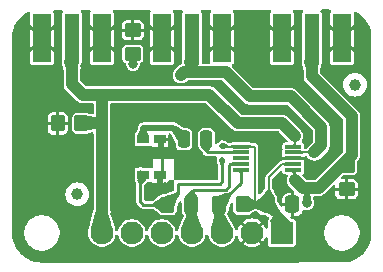
<source format=gbr>
%TF.GenerationSoftware,KiCad,Pcbnew,8.99.0-unknown-7774a43762~178~ubuntu22.04.1*%
%TF.CreationDate,2024-05-27T17:10:49+05:30*%
%TF.ProjectId,Adafruit Si5351A,41646166-7275-4697-9420-536935333531,rev?*%
%TF.SameCoordinates,Original*%
%TF.FileFunction,Copper,L1,Top*%
%TF.FilePolarity,Positive*%
%FSLAX46Y46*%
G04 Gerber Fmt 4.6, Leading zero omitted, Abs format (unit mm)*
G04 Created by KiCad (PCBNEW 8.99.0-unknown-7774a43762~178~ubuntu22.04.1) date 2024-05-27 17:10:49*
%MOMM*%
%LPD*%
G01*
G04 APERTURE LIST*
G04 Aperture macros list*
%AMRoundRect*
0 Rectangle with rounded corners*
0 $1 Rounding radius*
0 $2 $3 $4 $5 $6 $7 $8 $9 X,Y pos of 4 corners*
0 Add a 4 corners polygon primitive as box body*
4,1,4,$2,$3,$4,$5,$6,$7,$8,$9,$2,$3,0*
0 Add four circle primitives for the rounded corners*
1,1,$1+$1,$2,$3*
1,1,$1+$1,$4,$5*
1,1,$1+$1,$6,$7*
1,1,$1+$1,$8,$9*
0 Add four rect primitives between the rounded corners*
20,1,$1+$1,$2,$3,$4,$5,0*
20,1,$1+$1,$4,$5,$6,$7,0*
20,1,$1+$1,$6,$7,$8,$9,0*
20,1,$1+$1,$8,$9,$2,$3,0*%
G04 Aperture macros list end*
%TA.AperFunction,SMDPad,CuDef*%
%ADD10R,1.524000X4.064000*%
%TD*%
%TA.AperFunction,SMDPad,CuDef*%
%ADD11R,1.270000X4.064000*%
%TD*%
%TA.AperFunction,SMDPad,CuDef*%
%ADD12RoundRect,0.250000X0.450000X-0.350000X0.450000X0.350000X-0.450000X0.350000X-0.450000X-0.350000X0*%
%TD*%
%TA.AperFunction,SMDPad,CuDef*%
%ADD13RoundRect,0.250000X-0.450000X0.350000X-0.450000X-0.350000X0.450000X-0.350000X0.450000X0.350000X0*%
%TD*%
%TA.AperFunction,SMDPad,CuDef*%
%ADD14C,1.000000*%
%TD*%
%TA.AperFunction,SMDPad,CuDef*%
%ADD15RoundRect,0.250000X-0.350000X-0.450000X0.350000X-0.450000X0.350000X0.450000X-0.350000X0.450000X0*%
%TD*%
%TA.AperFunction,SMDPad,CuDef*%
%ADD16RoundRect,0.250000X0.350000X0.450000X-0.350000X0.450000X-0.350000X-0.450000X0.350000X-0.450000X0*%
%TD*%
%TA.AperFunction,ComponentPad*%
%ADD17R,1.930400X1.930400*%
%TD*%
%TA.AperFunction,ComponentPad*%
%ADD18C,1.930400*%
%TD*%
%TA.AperFunction,SMDPad,CuDef*%
%ADD19RoundRect,0.250000X-0.337500X-0.475000X0.337500X-0.475000X0.337500X0.475000X-0.337500X0.475000X0*%
%TD*%
%TA.AperFunction,SMDPad,CuDef*%
%ADD20R,1.000000X0.800000*%
%TD*%
%TA.AperFunction,SMDPad,CuDef*%
%ADD21RoundRect,0.250000X-0.250000X-0.475000X0.250000X-0.475000X0.250000X0.475000X-0.250000X0.475000X0*%
%TD*%
%TA.AperFunction,SMDPad,CuDef*%
%ADD22R,1.400000X0.300000*%
%TD*%
%TA.AperFunction,ViaPad*%
%ADD23C,0.800000*%
%TD*%
%TA.AperFunction,ViaPad*%
%ADD24C,0.500000*%
%TD*%
%TA.AperFunction,ViaPad*%
%ADD25C,0.800100*%
%TD*%
%TA.AperFunction,Conductor*%
%ADD26C,0.254000*%
%TD*%
%TA.AperFunction,Conductor*%
%ADD27C,0.250000*%
%TD*%
%TA.AperFunction,Conductor*%
%ADD28C,0.500000*%
%TD*%
%TA.AperFunction,Conductor*%
%ADD29C,1.000000*%
%TD*%
%TA.AperFunction,Conductor*%
%ADD30C,0.200000*%
%TD*%
G04 APERTURE END LIST*
D10*
%TO.P,X3,GND@1,GND4*%
%TO.N,GND*%
X156121100Y-96748600D03*
%TO.P,X3,GND@2,GND3*%
X161201100Y-96748600D03*
D11*
%TO.P,X3,P,ANT*%
%TO.N,CLK2*%
X158661100Y-96748600D03*
%TD*%
D12*
%TO.P,R5,1*%
%TO.N,GND*%
X161610000Y-109570000D03*
%TO.P,R5,2*%
%TO.N,CLK2*%
X161610000Y-107570000D03*
%TD*%
D13*
%TO.P,R2,1*%
%TO.N,GND*%
X143500000Y-96120000D03*
%TO.P,R2,2*%
%TO.N,CLK1*%
X143500000Y-98120000D03*
%TD*%
D14*
%TO.P,FID2,*%
%TO.N,*%
X138810000Y-109990000D03*
%TD*%
D15*
%TO.P,R1,1*%
%TO.N,GND*%
X137160000Y-103990000D03*
%TO.P,R1,2*%
%TO.N,CLK0*%
X139160000Y-103990000D03*
%TD*%
%TO.P,R4,1*%
%TO.N,/SDA_3V*%
X150825000Y-110850000D03*
%TO.P,R4,2*%
%TO.N,+3.3V*%
X152825000Y-110850000D03*
%TD*%
D10*
%TO.P,X2,GND@1,GND4*%
%TO.N,GND*%
X145961100Y-96748600D03*
%TO.P,X2,GND@2,GND3*%
X151041100Y-96748600D03*
D11*
%TO.P,X2,P,ANT*%
%TO.N,CLK1*%
X148501100Y-96748600D03*
%TD*%
D16*
%TO.P,R3,1*%
%TO.N,/SCL_3V*%
X148431000Y-110871000D03*
%TO.P,R3,2*%
%TO.N,+3.3V*%
X146431000Y-110871000D03*
%TD*%
D17*
%TO.P,JP1,1,1*%
%TO.N,+3.3V*%
X156121100Y-113258600D03*
D18*
%TO.P,JP1,2,2*%
%TO.N,GND*%
X153581100Y-113258600D03*
%TO.P,JP1,3,3*%
%TO.N,/SDA_3V*%
X151041100Y-113258600D03*
%TO.P,JP1,4,4*%
%TO.N,/SCL_3V*%
X148501100Y-113258600D03*
%TO.P,JP1,5,5*%
%TO.N,CLK2*%
X145961100Y-113258600D03*
%TO.P,JP1,6,6*%
%TO.N,CLK1*%
X143421100Y-113258600D03*
%TO.P,JP1,7,7*%
%TO.N,CLK0*%
X140881100Y-113258600D03*
%TD*%
D19*
%TO.P,C1,1*%
%TO.N,+3.3V*%
X154942500Y-110850000D03*
%TO.P,C1,2*%
%TO.N,GND*%
X157017500Y-110850000D03*
%TD*%
D20*
%TO.P,Y1,1,OE*%
%TO.N,GND*%
X145770000Y-108347500D03*
%TO.P,Y1,2,GND*%
X145770000Y-105327500D03*
%TO.P,Y1,3,OUT*%
%TO.N,Net-(Y1-OUT)*%
X144370000Y-105327500D03*
%TO.P,Y1,4,VDD*%
%TO.N,+3.3V*%
X144370000Y-108347500D03*
%TD*%
D10*
%TO.P,X1,GND@1,GND4*%
%TO.N,GND*%
X135801100Y-96748600D03*
%TO.P,X1,GND@2,GND3*%
X140881100Y-96748600D03*
D11*
%TO.P,X1,P,ANT*%
%TO.N,CLK0*%
X138341100Y-96748600D03*
%TD*%
D21*
%TO.P,C2,1*%
%TO.N,Net-(Y1-OUT)*%
X147830000Y-105330000D03*
%TO.P,C2,2*%
%TO.N,Net-(U1-XA)*%
X149730000Y-105330000D03*
%TD*%
D14*
%TO.P,FID1,*%
%TO.N,*%
X162320000Y-100710000D03*
%TD*%
D22*
%TO.P,U1,1,VDD*%
%TO.N,+3.3V*%
X152680000Y-105950000D03*
%TO.P,U1,2,XA*%
%TO.N,Net-(U1-XA)*%
X152680000Y-106450000D03*
%TO.P,U1,3,XB*%
%TO.N,unconnected-(U1-XB-Pad3)*%
X152680000Y-106950000D03*
%TO.P,U1,4,SCL*%
%TO.N,/SCL_3V*%
X152680000Y-107450000D03*
%TO.P,U1,5,SDA*%
%TO.N,/SDA_3V*%
X152680000Y-107950000D03*
%TO.P,U1,6,CLK2*%
%TO.N,CLK2*%
X157080000Y-107950000D03*
%TO.P,U1,7,VDDO*%
%TO.N,+3.3V*%
X157080000Y-107450000D03*
%TO.P,U1,8,GND*%
%TO.N,GND*%
X157080000Y-106950000D03*
%TO.P,U1,9,CLK1*%
%TO.N,CLK1*%
X157080000Y-106450000D03*
%TO.P,U1,10,CLK0*%
%TO.N,CLK0*%
X157080000Y-105950000D03*
%TD*%
D23*
%TO.N,GND*%
X143700000Y-115200000D03*
D24*
X163400000Y-98000000D03*
D23*
X145940000Y-95350000D03*
X145000000Y-109400000D03*
D24*
X159893000Y-99568000D03*
X143490000Y-95860000D03*
D23*
X136680000Y-109910000D03*
X160290000Y-111440000D03*
D24*
X158242000Y-105537000D03*
D23*
X134114168Y-114376541D03*
X161260000Y-97860000D03*
X134050000Y-103330000D03*
D24*
X162306000Y-99187000D03*
D23*
X142060000Y-104020000D03*
D24*
X157620000Y-101070000D03*
X155300000Y-100710000D03*
X163400000Y-96800000D03*
D23*
X138110000Y-106620000D03*
D24*
X157480000Y-98806000D03*
X141859000Y-114427000D03*
X137100000Y-96600000D03*
D23*
X163280000Y-106150000D03*
D24*
X160450000Y-104780000D03*
X154140000Y-100710000D03*
X158710000Y-101410000D03*
X139115800Y-102489000D03*
X156000000Y-99430000D03*
X147193000Y-114427000D03*
X138430000Y-102235000D03*
X153500000Y-97400000D03*
X160909000Y-99568000D03*
X160401000Y-100076000D03*
X153600000Y-100500000D03*
X157490000Y-97300000D03*
D23*
X145540000Y-103040000D03*
X151690000Y-101590000D03*
X156160000Y-95260000D03*
D24*
X156470000Y-100010000D03*
D23*
X137760000Y-108610000D03*
D24*
X163200000Y-96200000D03*
D23*
X161210000Y-95190000D03*
X151090000Y-95300000D03*
X151140000Y-97970000D03*
D24*
X155000000Y-107700000D03*
X147300000Y-95600000D03*
X155829000Y-106807000D03*
X154461786Y-108552562D03*
D23*
X153360000Y-102830000D03*
D24*
X152146000Y-104902000D03*
D23*
X136690000Y-107620000D03*
D24*
X155702000Y-109524800D03*
X150114000Y-114427000D03*
D23*
X142087600Y-106146600D03*
X142036800Y-110540800D03*
X134950000Y-115120000D03*
D25*
X154293100Y-96748600D03*
D23*
X149610000Y-108070000D03*
D24*
X153500000Y-96100000D03*
X137541000Y-101219000D03*
D23*
X142070000Y-102900000D03*
X155702000Y-106030000D03*
X144430000Y-103050000D03*
D24*
X149700000Y-95600000D03*
D23*
X135380000Y-106620000D03*
D24*
X161544000Y-99314000D03*
D23*
X142036800Y-105050000D03*
D24*
X152273000Y-112141000D03*
X144399000Y-114554000D03*
D23*
X160401000Y-103505000D03*
X135350000Y-108830000D03*
D25*
X154270000Y-95490000D03*
D23*
X134080000Y-96850000D03*
X147470000Y-102750000D03*
X142036800Y-107188000D03*
D24*
X149606000Y-102743000D03*
D23*
X144000000Y-111700000D03*
X138110000Y-105520000D03*
D24*
X139500000Y-98400000D03*
D23*
X135380000Y-103330000D03*
D24*
X139500000Y-97500000D03*
D23*
X139319000Y-112522000D03*
D24*
X147300000Y-97400000D03*
D23*
X152390000Y-102350000D03*
X159131000Y-102235000D03*
D24*
X153380000Y-104910000D03*
D23*
X135390000Y-102140000D03*
D24*
X139319000Y-99130000D03*
X154740000Y-98730000D03*
D23*
X134050000Y-104430000D03*
X135410000Y-101120000D03*
D24*
X154730000Y-100700000D03*
X158440000Y-101900000D03*
X154440000Y-109170000D03*
D23*
X136950000Y-111540000D03*
D24*
X158000000Y-104310000D03*
D23*
X156200000Y-96510000D03*
X139065000Y-114427000D03*
D24*
X158240000Y-100970000D03*
D23*
X156460000Y-102900000D03*
X145000000Y-111700000D03*
X154370000Y-102840000D03*
X135800000Y-95660000D03*
X141500000Y-100300000D03*
X138090000Y-107640000D03*
D24*
X157530800Y-114380000D03*
D23*
X154559000Y-106040000D03*
D24*
X154050000Y-104900000D03*
X155981400Y-108432600D03*
X155230000Y-99430000D03*
D23*
X134020000Y-108830000D03*
D24*
X155170000Y-100040000D03*
D25*
X152780000Y-98050000D03*
D24*
X160430000Y-104220000D03*
D23*
X142800000Y-115200000D03*
X159588200Y-114554000D03*
D24*
X155194000Y-106680000D03*
D23*
X134030000Y-107640000D03*
X156210000Y-97930000D03*
X161790000Y-115200000D03*
D24*
X158360000Y-104910000D03*
D23*
X140480000Y-99430000D03*
X155420000Y-102840000D03*
X133810000Y-113330000D03*
X151130000Y-96550000D03*
X134080000Y-101120000D03*
D24*
X139700000Y-100330000D03*
X139810000Y-102520000D03*
X142214600Y-99974400D03*
X153950000Y-98820000D03*
D23*
X135900000Y-111300000D03*
X145990000Y-98020000D03*
X133970000Y-112300000D03*
D24*
X158292800Y-107238800D03*
X158572200Y-108432600D03*
D23*
X134060000Y-102140000D03*
D24*
X157226000Y-100076000D03*
X159800000Y-98044000D03*
X147300000Y-98300000D03*
X156660000Y-99410000D03*
D23*
X140970000Y-98190000D03*
X134080000Y-97950000D03*
X161250000Y-96440000D03*
X163280000Y-105050000D03*
X136690000Y-105430000D03*
D24*
X157090000Y-100720000D03*
X153210000Y-100060000D03*
X152781000Y-104902000D03*
D23*
X140920000Y-95520000D03*
D24*
X159800000Y-97300000D03*
D25*
X162725100Y-97663000D03*
D23*
X160490000Y-115200000D03*
D24*
X139954000Y-114427000D03*
D23*
X159190000Y-113460000D03*
D24*
X153960000Y-99880000D03*
D23*
X159385000Y-112268000D03*
X139430000Y-106620000D03*
X163260000Y-107170000D03*
D24*
X150241000Y-103251000D03*
X142570200Y-99491800D03*
D23*
X159258000Y-107569000D03*
X139410000Y-107640000D03*
D24*
X163449000Y-98806000D03*
D23*
X146200000Y-109400000D03*
X138684000Y-111760000D03*
D24*
X139319000Y-99822000D03*
D25*
X154300000Y-98020000D03*
D24*
X157099000Y-103378000D03*
X161080000Y-104730000D03*
D23*
X134050000Y-106620000D03*
D24*
X137100000Y-97500000D03*
D23*
X140480000Y-100300000D03*
D25*
X162725100Y-95631000D03*
D24*
X149700000Y-97400000D03*
X150749000Y-103759000D03*
X158030000Y-101500000D03*
X155702000Y-108966000D03*
D23*
X134060000Y-98970000D03*
X142036800Y-111658400D03*
X135800000Y-98270000D03*
D24*
X137972800Y-101701600D03*
X157370000Y-99460000D03*
D23*
X163280000Y-103100000D03*
X134090000Y-95890000D03*
D24*
X139500000Y-95700000D03*
D23*
X136710000Y-106600000D03*
X162763200Y-111887000D03*
D25*
X152746000Y-95490000D03*
D23*
X139430000Y-105520000D03*
X163290000Y-104000000D03*
X134030000Y-105450000D03*
X161645600Y-111201200D03*
D24*
X152810000Y-99590000D03*
X154460000Y-99330000D03*
D23*
X149700000Y-103700000D03*
D24*
X155500000Y-107300000D03*
D23*
X159766000Y-102870000D03*
D24*
X157480000Y-98044000D03*
X137100000Y-95700000D03*
X153500000Y-95100000D03*
D23*
X137290000Y-114680000D03*
D24*
X147193000Y-112141000D03*
X157490000Y-96400000D03*
D23*
X154560000Y-107061000D03*
D24*
X147300000Y-96500000D03*
X163400000Y-102400000D03*
X154686000Y-114427000D03*
X153440000Y-99370000D03*
X137337800Y-100584000D03*
D23*
X151350000Y-104700000D03*
X135380000Y-104430000D03*
D24*
X161030000Y-104090000D03*
X139500000Y-96600000D03*
X142494000Y-114427000D03*
X159800000Y-98800000D03*
X157770000Y-100500000D03*
D23*
X148600000Y-102750000D03*
D24*
X158267400Y-107924600D03*
X157500000Y-95500000D03*
X163400000Y-97400000D03*
X145034000Y-114554000D03*
D23*
X140960000Y-96770000D03*
D24*
X155480000Y-104930000D03*
X156440000Y-100720000D03*
D23*
X139770000Y-108580000D03*
X135360000Y-107640000D03*
X135410000Y-100020000D03*
D25*
X162750000Y-98640000D03*
D24*
X154460000Y-107940000D03*
D23*
X136190000Y-115280000D03*
X141510000Y-99430000D03*
D25*
X162725100Y-96748600D03*
D23*
X144600000Y-115200000D03*
D24*
X149700000Y-98300000D03*
D23*
X160020000Y-106934000D03*
X134020000Y-109930000D03*
D24*
X152990000Y-98890000D03*
X160440000Y-105440000D03*
X163449000Y-99695000D03*
D23*
X141800000Y-115200000D03*
X136680000Y-108810000D03*
X140800000Y-115200000D03*
D24*
X149479000Y-114427000D03*
D23*
X145980000Y-96600000D03*
X148485000Y-108120000D03*
X142036800Y-109360000D03*
D24*
X137100000Y-98400000D03*
X161040000Y-105390000D03*
D23*
X162780000Y-114460000D03*
X139220000Y-113500000D03*
D24*
X137100000Y-99200000D03*
X163449000Y-101727000D03*
D23*
X136740000Y-101100000D03*
X137640000Y-112350000D03*
D24*
X152273000Y-114300000D03*
X156260800Y-108991400D03*
X155720000Y-100050000D03*
X153500000Y-98300000D03*
D23*
X139700000Y-115189000D03*
D24*
X159800000Y-96400000D03*
D23*
X148600000Y-103700000D03*
X135350000Y-109930000D03*
D24*
X154580000Y-100040000D03*
D23*
X163220000Y-113170000D03*
X134080000Y-100020000D03*
X137850000Y-113600000D03*
X139700000Y-111506000D03*
X135360000Y-105450000D03*
D24*
X159800000Y-95500000D03*
X154770000Y-104910000D03*
X157550000Y-103830000D03*
X149700000Y-96500000D03*
X154686000Y-112090200D03*
X162700000Y-102600000D03*
D23*
X160655000Y-106172000D03*
D24*
X137100000Y-99900000D03*
X156260800Y-109601000D03*
D25*
X152769100Y-96748600D03*
D23*
X134760000Y-111590000D03*
X150930000Y-100810000D03*
X138760000Y-108300000D03*
D24*
X152360000Y-99090000D03*
D23*
X135790000Y-97090000D03*
D24*
X155890000Y-100710000D03*
D23*
X163260000Y-108270000D03*
X138410000Y-115110000D03*
X142062200Y-108305600D03*
%TO.N,CLK1*%
X143520000Y-98930000D03*
X143520000Y-98100000D03*
D24*
X147574000Y-99900000D03*
D23*
%TO.N,CLK2*%
X158250000Y-110740000D03*
D24*
%TO.N,+3.3V*%
X151070000Y-105875500D03*
X151070000Y-107090000D03*
%TD*%
D26*
%TO.N,Net-(U1-XA)*%
X149730000Y-106350000D02*
X149832500Y-106452500D01*
X149730000Y-105330000D02*
X149730000Y-106350000D01*
X149832500Y-106452500D02*
X152677500Y-106452500D01*
D27*
X152680000Y-106450000D02*
X150060500Y-106450000D01*
D28*
%TO.N,GND*%
X145790000Y-109400000D02*
X145770000Y-109380000D01*
X145770000Y-109380000D02*
X145770000Y-108347500D01*
D27*
X146020000Y-105687500D02*
X146020000Y-108097500D01*
D28*
X145790000Y-109400000D02*
X145000000Y-109400000D01*
X146200000Y-109400000D02*
X145790000Y-109400000D01*
D27*
%TO.N,/SDA_3V*%
X150825000Y-110850000D02*
X152680000Y-108995000D01*
D28*
X150825000Y-110850000D02*
X150825000Y-113042500D01*
D27*
X152680000Y-107950000D02*
X152680000Y-108995000D01*
%TO.N,/SCL_3V*%
X152680000Y-107450000D02*
X151740000Y-107450000D01*
X151395000Y-109590000D02*
X148685000Y-109590000D01*
X151740000Y-107450000D02*
X151655000Y-107535000D01*
X151655000Y-109330000D02*
X151395000Y-109590000D01*
X151655000Y-107535000D02*
X151655000Y-109330000D01*
X148420000Y-109855000D02*
X148420000Y-110680000D01*
X148685000Y-109590000D02*
X148420000Y-109855000D01*
D28*
X148501100Y-113258600D02*
X148501100Y-110959900D01*
D29*
%TO.N,CLK0*%
X156130000Y-103950000D02*
X152380000Y-103950000D01*
X152380000Y-103950000D02*
X149980000Y-101550000D01*
X157230000Y-105050000D02*
X156130000Y-103950000D01*
X143764000Y-101550000D02*
X142621000Y-101550000D01*
X138341100Y-96748600D02*
X138341100Y-100626735D01*
X138341100Y-100626735D02*
X139264365Y-101550000D01*
X140881100Y-113258600D02*
X140881100Y-103990000D01*
X140881100Y-103990000D02*
X140881100Y-101631100D01*
X142621000Y-101550000D02*
X140800000Y-101550000D01*
X140881100Y-101631100D02*
X140800000Y-101550000D01*
X149980000Y-101550000D02*
X143764000Y-101550000D01*
X139264365Y-101550000D02*
X142621000Y-101550000D01*
D30*
X157230000Y-105050000D02*
X157230000Y-105891999D01*
D29*
X139264365Y-101550000D02*
X143764000Y-101550000D01*
X140881100Y-103990000D02*
X139160000Y-103990000D01*
D28*
%TO.N,CLK1*%
X147590000Y-99884000D02*
X148610000Y-99884000D01*
D29*
X148501100Y-99641100D02*
X148501100Y-96748600D01*
X147824000Y-99650000D02*
X147574000Y-99900000D01*
X153440000Y-101700000D02*
X151390000Y-99650000D01*
D28*
X148610000Y-99884000D02*
X148844000Y-99650000D01*
D29*
X159480000Y-105850000D02*
X159480000Y-104317998D01*
X148844000Y-99650000D02*
X148510000Y-99650000D01*
D27*
X148260000Y-99900000D02*
X148510000Y-99650000D01*
X148425000Y-99735000D02*
X148510000Y-99650000D01*
D29*
X151390000Y-99650000D02*
X150020000Y-99650000D01*
X156862002Y-101700000D02*
X153440000Y-101700000D01*
X150020000Y-99650000D02*
X147824000Y-99650000D01*
X148510000Y-99650000D02*
X148501100Y-99641100D01*
X150020000Y-99650000D02*
X148844000Y-99650000D01*
D30*
X158888000Y-106442000D02*
X157220000Y-106442000D01*
D29*
X158888000Y-106442000D02*
X159480000Y-105850000D01*
D28*
X147574000Y-99900000D02*
X147590000Y-99884000D01*
D29*
X159480000Y-104317998D02*
X156862002Y-101700000D01*
D30*
%TO.N,CLK2*%
X157230000Y-108800000D02*
X157230000Y-108000000D01*
D27*
X158250000Y-109820000D02*
X157880000Y-109450000D01*
D29*
X162030000Y-103350000D02*
X162030000Y-106650000D01*
X159230000Y-109450000D02*
X157880000Y-109450000D01*
X158661100Y-99981100D02*
X158661100Y-96748600D01*
D28*
X158250000Y-110740000D02*
X158250000Y-109820000D01*
D29*
X157880000Y-109450000D02*
X157230000Y-108800000D01*
X158735000Y-100055000D02*
X158661100Y-99981100D01*
X162030000Y-106650000D02*
X159230000Y-109450000D01*
X158735000Y-100055000D02*
X162030000Y-103350000D01*
D30*
%TO.N,+3.3V*%
X151144500Y-105950000D02*
X151070000Y-105875500D01*
D28*
X156121100Y-112028600D02*
X154942500Y-110850000D01*
D27*
X151070000Y-108890000D02*
X150880000Y-109080000D01*
D30*
X157080000Y-107450000D02*
X156130000Y-107450000D01*
D27*
X144399000Y-110871000D02*
X146431000Y-110871000D01*
X151070000Y-107090000D02*
X151070000Y-108890000D01*
X144120000Y-110592000D02*
X144399000Y-110871000D01*
D28*
X154832750Y-110871000D02*
X153015250Y-110871000D01*
D30*
X152680000Y-105950000D02*
X151144500Y-105950000D01*
X153800000Y-105950000D02*
X152680000Y-105950000D01*
D28*
X156121100Y-113258600D02*
X156121100Y-112028600D01*
D27*
X146431000Y-110871000D02*
X147320000Y-109982000D01*
D30*
X153830000Y-110750000D02*
X153830000Y-105980000D01*
D27*
X144120000Y-107987500D02*
X144120000Y-110592000D01*
D30*
X153830000Y-105980000D02*
X153800000Y-105950000D01*
X156130000Y-107450000D02*
X155027500Y-108552500D01*
X155027500Y-108552500D02*
X155027500Y-110850000D01*
D27*
X147320000Y-109080000D02*
X150880000Y-109080000D01*
X147320000Y-109982000D02*
X147320000Y-109080000D01*
D28*
%TO.N,Net-(Y1-OUT)*%
X144410000Y-104350000D02*
X146947918Y-104350000D01*
X144370000Y-104390000D02*
X144410000Y-104350000D01*
X144370000Y-105327500D02*
X144370000Y-104390000D01*
X147830000Y-105232082D02*
X146947918Y-104350000D01*
%TD*%
%TA.AperFunction,Conductor*%
%TO.N,GND*%
G36*
X160221860Y-94364263D02*
G01*
X160267685Y-94417007D01*
X160277719Y-94486152D01*
X160258061Y-94537556D01*
X160203604Y-94619056D01*
X160203603Y-94619059D01*
X160189100Y-94691971D01*
X160189100Y-95559823D01*
X161201100Y-96571823D01*
X162213099Y-95559823D01*
X162213100Y-95559822D01*
X162213100Y-94691973D01*
X162208153Y-94667104D01*
X162214380Y-94597512D01*
X162257243Y-94542335D01*
X162323132Y-94519090D01*
X162391129Y-94535158D01*
X162393915Y-94536792D01*
X162623086Y-94675330D01*
X162635397Y-94683828D01*
X162825343Y-94832641D01*
X162862620Y-94861846D01*
X162873828Y-94871776D01*
X163077923Y-95075871D01*
X163087853Y-95087079D01*
X163236179Y-95276403D01*
X163265867Y-95314296D01*
X163274373Y-95326619D01*
X163423697Y-95573633D01*
X163430656Y-95586892D01*
X163549122Y-95850112D01*
X163554431Y-95864113D01*
X163640299Y-96139674D01*
X163643883Y-96154212D01*
X163695913Y-96438132D01*
X163697718Y-96452996D01*
X163715374Y-96744862D01*
X163715600Y-96752350D01*
X163715600Y-113254849D01*
X163715374Y-113262337D01*
X163697718Y-113554203D01*
X163695913Y-113569067D01*
X163643883Y-113852987D01*
X163640299Y-113867525D01*
X163554431Y-114143086D01*
X163549122Y-114157087D01*
X163430656Y-114420307D01*
X163423697Y-114433566D01*
X163274373Y-114680580D01*
X163265867Y-114692903D01*
X163087853Y-114920120D01*
X163077923Y-114931328D01*
X162873828Y-115135423D01*
X162862620Y-115145353D01*
X162635403Y-115323367D01*
X162623080Y-115331873D01*
X162376066Y-115481197D01*
X162362807Y-115488156D01*
X162099587Y-115606622D01*
X162085586Y-115611931D01*
X161810025Y-115697799D01*
X161795487Y-115701383D01*
X161511567Y-115753413D01*
X161496702Y-115755218D01*
X161369371Y-115762920D01*
X161362047Y-115763146D01*
X153780549Y-115773100D01*
X135804851Y-115773100D01*
X135797364Y-115772874D01*
X135505497Y-115755218D01*
X135490632Y-115753413D01*
X135206712Y-115701383D01*
X135192174Y-115697799D01*
X134916613Y-115611931D01*
X134902612Y-115606622D01*
X134639392Y-115488156D01*
X134626133Y-115481197D01*
X134463216Y-115382711D01*
X134379116Y-115331871D01*
X134366796Y-115323367D01*
X134139579Y-115145353D01*
X134128371Y-115135423D01*
X133924276Y-114931328D01*
X133914346Y-114920120D01*
X133736328Y-114692897D01*
X133727830Y-114680586D01*
X133578501Y-114433565D01*
X133571543Y-114420307D01*
X133524154Y-114315014D01*
X133453075Y-114157082D01*
X133447768Y-114143086D01*
X133361900Y-113867525D01*
X133358316Y-113852987D01*
X133306286Y-113569067D01*
X133304481Y-113554202D01*
X133301483Y-113504648D01*
X133286826Y-113262336D01*
X133286600Y-113254849D01*
X133286600Y-113140502D01*
X134300600Y-113140502D01*
X134300600Y-113376697D01*
X134337546Y-113609968D01*
X134410533Y-113834596D01*
X134431065Y-113874891D01*
X134517757Y-114045033D01*
X134656583Y-114236110D01*
X134823590Y-114403117D01*
X135014667Y-114541943D01*
X135114091Y-114592602D01*
X135225103Y-114649166D01*
X135225105Y-114649166D01*
X135225108Y-114649168D01*
X135345512Y-114688289D01*
X135449731Y-114722153D01*
X135683003Y-114759100D01*
X135683008Y-114759100D01*
X135919197Y-114759100D01*
X136152468Y-114722153D01*
X136377092Y-114649168D01*
X136587533Y-114541943D01*
X136778610Y-114403117D01*
X136945617Y-114236110D01*
X137084443Y-114045033D01*
X137191668Y-113834592D01*
X137264653Y-113609968D01*
X137271683Y-113565582D01*
X137301600Y-113376697D01*
X137301600Y-113140502D01*
X137264653Y-112907231D01*
X137191666Y-112682603D01*
X137084442Y-112472166D01*
X137082802Y-112469909D01*
X136945617Y-112281090D01*
X136778610Y-112114083D01*
X136587533Y-111975257D01*
X136571720Y-111967200D01*
X136377096Y-111868033D01*
X136152468Y-111795046D01*
X135919197Y-111758100D01*
X135919192Y-111758100D01*
X135683008Y-111758100D01*
X135683003Y-111758100D01*
X135449731Y-111795046D01*
X135225103Y-111868033D01*
X135014666Y-111975257D01*
X134918530Y-112045105D01*
X134823590Y-112114083D01*
X134823588Y-112114085D01*
X134823587Y-112114085D01*
X134656585Y-112281087D01*
X134656585Y-112281088D01*
X134656583Y-112281090D01*
X134625143Y-112324363D01*
X134517757Y-112472166D01*
X134410533Y-112682603D01*
X134337546Y-112907231D01*
X134300600Y-113140502D01*
X133286600Y-113140502D01*
X133286600Y-109990000D01*
X137804659Y-109990000D01*
X137823975Y-110186129D01*
X137823976Y-110186132D01*
X137878761Y-110366734D01*
X137881188Y-110374733D01*
X137974086Y-110548532D01*
X137974090Y-110548539D01*
X138099116Y-110700883D01*
X138251460Y-110825909D01*
X138251467Y-110825913D01*
X138425266Y-110918811D01*
X138425269Y-110918811D01*
X138425273Y-110918814D01*
X138613868Y-110976024D01*
X138810000Y-110995341D01*
X139006132Y-110976024D01*
X139194727Y-110918814D01*
X139235984Y-110896762D01*
X139368532Y-110825913D01*
X139368538Y-110825910D01*
X139520883Y-110700883D01*
X139645910Y-110548538D01*
X139738814Y-110374727D01*
X139796024Y-110186132D01*
X139815341Y-109990000D01*
X139796024Y-109793868D01*
X139738814Y-109605273D01*
X139738811Y-109605269D01*
X139738811Y-109605266D01*
X139645913Y-109431467D01*
X139645909Y-109431460D01*
X139520883Y-109279116D01*
X139368539Y-109154090D01*
X139368532Y-109154086D01*
X139194733Y-109061188D01*
X139194727Y-109061186D01*
X139007306Y-109004332D01*
X139006129Y-109003975D01*
X138810000Y-108984659D01*
X138613870Y-109003975D01*
X138425266Y-109061188D01*
X138251467Y-109154086D01*
X138251460Y-109154090D01*
X138099116Y-109279116D01*
X137974090Y-109431460D01*
X137974086Y-109431467D01*
X137881188Y-109605266D01*
X137823975Y-109793870D01*
X137804659Y-109990000D01*
X133286600Y-109990000D01*
X133286600Y-104487844D01*
X136310000Y-104487844D01*
X136316401Y-104547372D01*
X136316403Y-104547379D01*
X136366645Y-104682086D01*
X136366649Y-104682093D01*
X136452809Y-104797187D01*
X136452812Y-104797190D01*
X136567906Y-104883350D01*
X136567913Y-104883354D01*
X136702620Y-104933596D01*
X136702627Y-104933598D01*
X136762155Y-104939999D01*
X136762172Y-104940000D01*
X137035000Y-104940000D01*
X137285000Y-104940000D01*
X137557828Y-104940000D01*
X137557844Y-104939999D01*
X137617372Y-104933598D01*
X137617379Y-104933596D01*
X137752086Y-104883354D01*
X137752093Y-104883350D01*
X137867187Y-104797190D01*
X137867190Y-104797187D01*
X137953350Y-104682093D01*
X137953354Y-104682086D01*
X138003596Y-104547379D01*
X138003598Y-104547372D01*
X138009999Y-104487844D01*
X138010000Y-104487827D01*
X138010000Y-104115000D01*
X137285000Y-104115000D01*
X137285000Y-104940000D01*
X137035000Y-104940000D01*
X137035000Y-104115000D01*
X136310000Y-104115000D01*
X136310000Y-104487844D01*
X133286600Y-104487844D01*
X133286600Y-103492155D01*
X136310000Y-103492155D01*
X136310000Y-103865000D01*
X137035000Y-103865000D01*
X137285000Y-103865000D01*
X138010000Y-103865000D01*
X138010000Y-103492172D01*
X138009999Y-103492155D01*
X138003598Y-103432627D01*
X138003596Y-103432620D01*
X137953354Y-103297913D01*
X137953350Y-103297906D01*
X137867190Y-103182812D01*
X137867187Y-103182809D01*
X137752093Y-103096649D01*
X137752086Y-103096645D01*
X137617379Y-103046403D01*
X137617372Y-103046401D01*
X137557844Y-103040000D01*
X137285000Y-103040000D01*
X137285000Y-103865000D01*
X137035000Y-103865000D01*
X137035000Y-103040000D01*
X136762155Y-103040000D01*
X136702627Y-103046401D01*
X136702620Y-103046403D01*
X136567913Y-103096645D01*
X136567906Y-103096649D01*
X136452812Y-103182809D01*
X136452809Y-103182812D01*
X136366649Y-103297906D01*
X136366645Y-103297913D01*
X136316403Y-103432620D01*
X136316401Y-103432627D01*
X136310000Y-103492155D01*
X133286600Y-103492155D01*
X133286600Y-97937376D01*
X134789100Y-97937376D01*
X134789100Y-98805228D01*
X134803603Y-98878140D01*
X134803605Y-98878144D01*
X134858860Y-98960839D01*
X134941555Y-99016094D01*
X134941559Y-99016096D01*
X135014471Y-99030599D01*
X135014474Y-99030600D01*
X136587726Y-99030600D01*
X136587728Y-99030599D01*
X136660640Y-99016096D01*
X136660644Y-99016094D01*
X136743339Y-98960839D01*
X136798594Y-98878144D01*
X136798596Y-98878140D01*
X136813099Y-98805228D01*
X136813100Y-98805226D01*
X136813100Y-97937377D01*
X135801100Y-96925377D01*
X134789100Y-97937376D01*
X133286600Y-97937376D01*
X133286600Y-97583823D01*
X134789100Y-97583823D01*
X135624323Y-96748600D01*
X135624323Y-96748599D01*
X135977877Y-96748599D01*
X135977877Y-96748600D01*
X136813099Y-97583823D01*
X136813100Y-97583822D01*
X136813100Y-95913377D01*
X136813099Y-95913376D01*
X135977877Y-96748599D01*
X135624323Y-96748599D01*
X134789100Y-95913376D01*
X134789100Y-97583823D01*
X133286600Y-97583823D01*
X133286600Y-96752350D01*
X133286826Y-96744863D01*
X133297293Y-96571823D01*
X133304481Y-96452994D01*
X133306286Y-96438132D01*
X133358316Y-96154212D01*
X133361900Y-96139674D01*
X133447771Y-95864103D01*
X133453073Y-95850122D01*
X133571546Y-95586885D01*
X133578497Y-95573640D01*
X133727835Y-95326605D01*
X133736322Y-95314309D01*
X133914353Y-95087070D01*
X133924268Y-95075879D01*
X134128379Y-94871768D01*
X134139570Y-94861853D01*
X134366809Y-94683822D01*
X134379105Y-94675335D01*
X134608281Y-94536794D01*
X134675834Y-94518959D01*
X134742308Y-94540477D01*
X134786595Y-94594517D01*
X134794636Y-94663923D01*
X134794047Y-94667100D01*
X134789100Y-94691973D01*
X134789100Y-95559823D01*
X135801100Y-96571823D01*
X136813099Y-95559823D01*
X136813100Y-95559822D01*
X136813100Y-94691973D01*
X136813099Y-94691971D01*
X136798596Y-94619059D01*
X136798595Y-94619056D01*
X136764565Y-94568126D01*
X136743688Y-94501449D01*
X136762173Y-94434069D01*
X136814152Y-94387379D01*
X136867498Y-94375237D01*
X137461424Y-94374457D01*
X137528488Y-94394054D01*
X137574312Y-94446798D01*
X137584346Y-94515943D01*
X137564687Y-94567347D01*
X137517233Y-94638366D01*
X137517231Y-94638370D01*
X137505600Y-94696847D01*
X137505600Y-98735353D01*
X137503713Y-98756905D01*
X137501735Y-98768106D01*
X137501460Y-98774030D01*
X137505729Y-98826333D01*
X137637889Y-99447973D01*
X137640600Y-99473755D01*
X137640600Y-100557741D01*
X137640600Y-100695729D01*
X137640600Y-100695731D01*
X137640599Y-100695731D01*
X137667518Y-100831057D01*
X137667521Y-100831067D01*
X137720322Y-100958542D01*
X137796987Y-101073280D01*
X138817819Y-102094112D01*
X138932557Y-102170777D01*
X139060032Y-102223578D01*
X139060037Y-102223580D01*
X139060041Y-102223580D01*
X139060042Y-102223581D01*
X139195368Y-102250500D01*
X139195371Y-102250500D01*
X139195372Y-102250500D01*
X140056600Y-102250500D01*
X140123639Y-102270185D01*
X140169394Y-102322989D01*
X140180600Y-102374500D01*
X140180600Y-103110388D01*
X140160915Y-103177427D01*
X140108111Y-103223182D01*
X140038953Y-103233126D01*
X140037916Y-103232972D01*
X140012973Y-103229166D01*
X139834628Y-103201951D01*
X139779701Y-103179141D01*
X139734361Y-103145679D01*
X139722882Y-103137207D01*
X139722880Y-103137206D01*
X139594700Y-103092353D01*
X139564270Y-103089500D01*
X139564266Y-103089500D01*
X138755734Y-103089500D01*
X138755730Y-103089500D01*
X138725300Y-103092353D01*
X138725298Y-103092353D01*
X138597119Y-103137206D01*
X138597117Y-103137207D01*
X138487850Y-103217850D01*
X138407207Y-103327117D01*
X138407206Y-103327119D01*
X138362353Y-103455298D01*
X138362353Y-103455300D01*
X138359500Y-103485730D01*
X138359500Y-104494269D01*
X138362353Y-104524699D01*
X138362353Y-104524701D01*
X138407206Y-104652880D01*
X138407207Y-104652882D01*
X138487850Y-104762150D01*
X138597118Y-104842793D01*
X138639845Y-104857744D01*
X138725299Y-104887646D01*
X138755730Y-104890500D01*
X138755734Y-104890500D01*
X139564270Y-104890500D01*
X139594699Y-104887646D01*
X139594701Y-104887646D01*
X139680154Y-104857744D01*
X139722882Y-104842793D01*
X139779702Y-104800856D01*
X139834631Y-104778045D01*
X140037897Y-104747028D01*
X140107136Y-104756374D01*
X140160333Y-104801672D01*
X140180595Y-104868539D01*
X140180600Y-104869609D01*
X140180600Y-111267564D01*
X140176871Y-111297745D01*
X139795512Y-112817449D01*
X139790872Y-112832050D01*
X139789460Y-112835695D01*
X139730339Y-113043483D01*
X139730338Y-113043486D01*
X139710406Y-113258599D01*
X139710406Y-113258600D01*
X139730338Y-113473713D01*
X139730339Y-113473716D01*
X139789457Y-113681498D01*
X139789460Y-113681504D01*
X139885752Y-113874885D01*
X139885757Y-113874893D01*
X139957534Y-113969940D01*
X140015947Y-114047291D01*
X140175599Y-114192834D01*
X140175601Y-114192835D01*
X140175602Y-114192836D01*
X140193526Y-114203934D01*
X140359277Y-114306562D01*
X140560724Y-114384604D01*
X140773082Y-114424300D01*
X140773085Y-114424300D01*
X140989115Y-114424300D01*
X140989118Y-114424300D01*
X141201476Y-114384604D01*
X141402923Y-114306562D01*
X141586601Y-114192834D01*
X141746253Y-114047291D01*
X141876444Y-113874891D01*
X141972740Y-113681503D01*
X142031834Y-113473806D01*
X142069113Y-113414716D01*
X142132422Y-113385158D01*
X142201662Y-113394520D01*
X142254848Y-113439829D01*
X142270364Y-113473803D01*
X142318323Y-113642361D01*
X142329461Y-113681506D01*
X142425752Y-113874885D01*
X142425757Y-113874893D01*
X142497534Y-113969940D01*
X142555947Y-114047291D01*
X142715599Y-114192834D01*
X142715601Y-114192835D01*
X142715602Y-114192836D01*
X142733526Y-114203934D01*
X142899277Y-114306562D01*
X143100724Y-114384604D01*
X143313082Y-114424300D01*
X143313085Y-114424300D01*
X143529115Y-114424300D01*
X143529118Y-114424300D01*
X143741476Y-114384604D01*
X143942923Y-114306562D01*
X144126601Y-114192834D01*
X144286253Y-114047291D01*
X144416444Y-113874891D01*
X144512740Y-113681503D01*
X144571834Y-113473806D01*
X144609113Y-113414716D01*
X144672422Y-113385158D01*
X144741662Y-113394520D01*
X144794848Y-113439829D01*
X144810364Y-113473803D01*
X144858323Y-113642361D01*
X144869461Y-113681506D01*
X144965752Y-113874885D01*
X144965757Y-113874893D01*
X145037534Y-113969940D01*
X145095947Y-114047291D01*
X145255599Y-114192834D01*
X145255601Y-114192835D01*
X145255602Y-114192836D01*
X145273526Y-114203934D01*
X145439277Y-114306562D01*
X145640724Y-114384604D01*
X145853082Y-114424300D01*
X145853085Y-114424300D01*
X146069115Y-114424300D01*
X146069118Y-114424300D01*
X146281476Y-114384604D01*
X146482923Y-114306562D01*
X146666601Y-114192834D01*
X146826253Y-114047291D01*
X146956444Y-113874891D01*
X147052740Y-113681503D01*
X147111834Y-113473806D01*
X147149113Y-113414716D01*
X147212422Y-113385158D01*
X147281662Y-113394520D01*
X147334848Y-113439829D01*
X147350364Y-113473803D01*
X147398323Y-113642361D01*
X147409461Y-113681506D01*
X147505752Y-113874885D01*
X147505757Y-113874893D01*
X147577534Y-113969940D01*
X147635947Y-114047291D01*
X147795599Y-114192834D01*
X147795601Y-114192835D01*
X147795602Y-114192836D01*
X147813526Y-114203934D01*
X147979277Y-114306562D01*
X148180724Y-114384604D01*
X148393082Y-114424300D01*
X148393085Y-114424300D01*
X148609115Y-114424300D01*
X148609118Y-114424300D01*
X148821476Y-114384604D01*
X149022923Y-114306562D01*
X149206601Y-114192834D01*
X149366253Y-114047291D01*
X149496444Y-113874891D01*
X149592740Y-113681503D01*
X149651834Y-113473806D01*
X149689113Y-113414716D01*
X149752422Y-113385158D01*
X149821662Y-113394520D01*
X149874848Y-113439829D01*
X149890364Y-113473803D01*
X149938323Y-113642361D01*
X149949461Y-113681506D01*
X150045752Y-113874885D01*
X150045757Y-113874893D01*
X150117534Y-113969940D01*
X150175947Y-114047291D01*
X150335599Y-114192834D01*
X150335601Y-114192835D01*
X150335602Y-114192836D01*
X150353526Y-114203934D01*
X150519277Y-114306562D01*
X150720724Y-114384604D01*
X150933082Y-114424300D01*
X150933085Y-114424300D01*
X151149115Y-114424300D01*
X151149118Y-114424300D01*
X151361476Y-114384604D01*
X151562923Y-114306562D01*
X151746601Y-114192834D01*
X151906253Y-114047291D01*
X152036444Y-113874891D01*
X152132740Y-113681503D01*
X152166246Y-113563739D01*
X152203524Y-113504648D01*
X152266834Y-113475090D01*
X152336073Y-113484452D01*
X152389260Y-113529761D01*
X152405287Y-113565582D01*
X152434820Y-113675803D01*
X152434824Y-113675812D01*
X152524684Y-113868518D01*
X152635765Y-114027157D01*
X153150370Y-113512552D01*
X153181001Y-113565607D01*
X153274093Y-113658699D01*
X153327146Y-113689329D01*
X152812541Y-114203933D01*
X152971181Y-114315015D01*
X153163887Y-114404875D01*
X153163896Y-114404879D01*
X153369271Y-114459908D01*
X153369282Y-114459910D01*
X153581098Y-114478442D01*
X153581102Y-114478442D01*
X153792917Y-114459910D01*
X153792928Y-114459908D01*
X153998303Y-114404879D01*
X153998312Y-114404875D01*
X154191020Y-114315014D01*
X154191024Y-114315012D01*
X154349657Y-114203934D01*
X153835052Y-113689329D01*
X153888107Y-113658699D01*
X153981199Y-113565607D01*
X154011829Y-113512552D01*
X154526434Y-114027157D01*
X154637512Y-113868524D01*
X154637514Y-113868520D01*
X154719018Y-113693736D01*
X154765190Y-113641297D01*
X154832384Y-113622145D01*
X154899265Y-113642361D01*
X154944600Y-113695526D01*
X154955400Y-113746141D01*
X154955400Y-114243552D01*
X154967031Y-114302029D01*
X154967032Y-114302030D01*
X155011347Y-114368352D01*
X155077669Y-114412667D01*
X155077670Y-114412668D01*
X155136147Y-114424299D01*
X155136150Y-114424300D01*
X155136152Y-114424300D01*
X157106050Y-114424300D01*
X157106051Y-114424299D01*
X157120868Y-114421352D01*
X157164529Y-114412668D01*
X157164529Y-114412667D01*
X157164531Y-114412667D01*
X157230852Y-114368352D01*
X157275167Y-114302031D01*
X157275167Y-114302029D01*
X157275168Y-114302029D01*
X157286799Y-114243552D01*
X157286800Y-114243550D01*
X157286800Y-113140502D01*
X159700600Y-113140502D01*
X159700600Y-113376697D01*
X159737546Y-113609968D01*
X159810533Y-113834596D01*
X159831065Y-113874891D01*
X159917757Y-114045033D01*
X160056583Y-114236110D01*
X160223590Y-114403117D01*
X160414667Y-114541943D01*
X160514091Y-114592602D01*
X160625103Y-114649166D01*
X160625105Y-114649166D01*
X160625108Y-114649168D01*
X160745512Y-114688289D01*
X160849731Y-114722153D01*
X161083003Y-114759100D01*
X161083008Y-114759100D01*
X161319197Y-114759100D01*
X161552468Y-114722153D01*
X161777092Y-114649168D01*
X161987533Y-114541943D01*
X162178610Y-114403117D01*
X162345617Y-114236110D01*
X162484443Y-114045033D01*
X162591668Y-113834592D01*
X162664653Y-113609968D01*
X162671683Y-113565582D01*
X162701600Y-113376697D01*
X162701600Y-113140502D01*
X162664653Y-112907231D01*
X162591666Y-112682603D01*
X162484442Y-112472166D01*
X162482802Y-112469909D01*
X162345617Y-112281090D01*
X162178610Y-112114083D01*
X161987533Y-111975257D01*
X161971720Y-111967200D01*
X161777096Y-111868033D01*
X161552468Y-111795046D01*
X161319197Y-111758100D01*
X161319192Y-111758100D01*
X161083008Y-111758100D01*
X161083003Y-111758100D01*
X160849731Y-111795046D01*
X160625103Y-111868033D01*
X160414666Y-111975257D01*
X160318530Y-112045105D01*
X160223590Y-112114083D01*
X160223588Y-112114085D01*
X160223587Y-112114085D01*
X160056585Y-112281087D01*
X160056585Y-112281088D01*
X160056583Y-112281090D01*
X160025143Y-112324363D01*
X159917757Y-112472166D01*
X159810533Y-112682603D01*
X159737546Y-112907231D01*
X159700600Y-113140502D01*
X157286800Y-113140502D01*
X157286800Y-112273649D01*
X157286799Y-112273647D01*
X157275168Y-112215170D01*
X157275167Y-112215169D01*
X157230852Y-112148847D01*
X157164530Y-112104532D01*
X157164529Y-112104531D01*
X157106052Y-112092900D01*
X157106048Y-112092900D01*
X156980083Y-112092900D01*
X156913044Y-112073215D01*
X156897356Y-112061269D01*
X156867743Y-112034744D01*
X156830943Y-111975353D01*
X156832093Y-111905493D01*
X156862798Y-111854700D01*
X156892500Y-111824998D01*
X156892500Y-110975000D01*
X156179999Y-110975000D01*
X156158166Y-110996833D01*
X156096843Y-111030317D01*
X156027151Y-111025332D01*
X155971218Y-110983461D01*
X155961642Y-110968557D01*
X155842815Y-110750842D01*
X155745656Y-110572826D01*
X155730500Y-110513420D01*
X155730500Y-110327155D01*
X156180000Y-110327155D01*
X156180000Y-110725000D01*
X156892500Y-110725000D01*
X156892500Y-109875000D01*
X156632155Y-109875000D01*
X156572627Y-109881401D01*
X156572620Y-109881403D01*
X156437913Y-109931645D01*
X156437906Y-109931649D01*
X156322812Y-110017809D01*
X156322809Y-110017812D01*
X156236649Y-110132906D01*
X156236645Y-110132913D01*
X156186403Y-110267620D01*
X156186401Y-110267627D01*
X156180000Y-110327155D01*
X155730500Y-110327155D01*
X155730500Y-110320730D01*
X155727647Y-110290310D01*
X155727646Y-110290308D01*
X155727646Y-110290301D01*
X155697630Y-110204524D01*
X155695534Y-110197952D01*
X155689605Y-110177387D01*
X155689066Y-110176344D01*
X155683569Y-110163586D01*
X155680802Y-110158350D01*
X155674658Y-110148472D01*
X155666785Y-110133242D01*
X155354698Y-109529500D01*
X155341847Y-109504640D01*
X155328000Y-109447699D01*
X155328000Y-108728333D01*
X155347685Y-108661294D01*
X155364319Y-108640652D01*
X155967819Y-108037152D01*
X156029142Y-108003667D01*
X156098834Y-108008651D01*
X156154767Y-108050523D01*
X156178346Y-108113742D01*
X156178903Y-108113688D01*
X156179109Y-108115788D01*
X156179184Y-108115987D01*
X156179215Y-108116857D01*
X156179500Y-108119752D01*
X156191131Y-108178229D01*
X156191132Y-108178230D01*
X156235447Y-108244552D01*
X156301769Y-108288867D01*
X156301770Y-108288868D01*
X156360247Y-108300499D01*
X156360250Y-108300500D01*
X156360252Y-108300500D01*
X156493105Y-108300500D01*
X156560144Y-108320185D01*
X156605899Y-108372989D01*
X156615843Y-108442147D01*
X156607666Y-108471953D01*
X156556420Y-108595671D01*
X156556418Y-108595677D01*
X156529500Y-108731003D01*
X156529500Y-108731006D01*
X156529500Y-108868994D01*
X156529500Y-108868996D01*
X156529499Y-108868996D01*
X156556418Y-109004322D01*
X156556421Y-109004332D01*
X156609222Y-109131807D01*
X156685887Y-109246545D01*
X156685888Y-109246546D01*
X157140740Y-109701397D01*
X157174225Y-109762720D01*
X157169241Y-109832411D01*
X157142500Y-109874022D01*
X157142500Y-111825000D01*
X157402828Y-111825000D01*
X157402844Y-111824999D01*
X157462372Y-111818598D01*
X157462379Y-111818596D01*
X157597086Y-111768354D01*
X157597093Y-111768350D01*
X157712187Y-111682190D01*
X157712190Y-111682187D01*
X157798350Y-111567093D01*
X157798354Y-111567086D01*
X157848596Y-111432380D01*
X157852368Y-111397302D01*
X157879107Y-111332751D01*
X157936499Y-111292903D01*
X158006324Y-111290409D01*
X158023106Y-111295994D01*
X158093238Y-111325044D01*
X158151779Y-111332751D01*
X158249999Y-111345682D01*
X158250000Y-111345682D01*
X158250001Y-111345682D01*
X158302254Y-111338802D01*
X158406762Y-111325044D01*
X158552841Y-111264536D01*
X158678282Y-111168282D01*
X158774536Y-111042841D01*
X158835044Y-110896762D01*
X158852235Y-110766182D01*
X158855682Y-110740001D01*
X158855682Y-110740000D01*
X158852558Y-110716273D01*
X158850498Y-110700630D01*
X158850124Y-110694356D01*
X158849917Y-110694375D01*
X158849387Y-110688301D01*
X158848293Y-110682468D01*
X158847229Y-110675796D01*
X158841839Y-110634853D01*
X158835044Y-110583238D01*
X158830194Y-110571531D01*
X158822879Y-110546928D01*
X158780468Y-110320734D01*
X158776084Y-110297350D01*
X158783077Y-110227833D01*
X158826544Y-110173130D01*
X158892686Y-110150612D01*
X158897960Y-110150500D01*
X159298996Y-110150500D01*
X159390040Y-110132389D01*
X159434328Y-110123580D01*
X159499302Y-110096667D01*
X159561807Y-110070777D01*
X159561808Y-110070776D01*
X159561811Y-110070775D01*
X159676543Y-109994114D01*
X159702813Y-109967844D01*
X160660000Y-109967844D01*
X160666401Y-110027372D01*
X160666403Y-110027379D01*
X160716645Y-110162086D01*
X160716649Y-110162093D01*
X160802809Y-110277187D01*
X160802812Y-110277190D01*
X160917906Y-110363350D01*
X160917913Y-110363354D01*
X161052620Y-110413596D01*
X161052627Y-110413598D01*
X161112155Y-110419999D01*
X161112172Y-110420000D01*
X161485000Y-110420000D01*
X161735000Y-110420000D01*
X162107828Y-110420000D01*
X162107844Y-110419999D01*
X162167372Y-110413598D01*
X162167379Y-110413596D01*
X162302086Y-110363354D01*
X162302093Y-110363350D01*
X162417187Y-110277190D01*
X162417190Y-110277187D01*
X162503350Y-110162093D01*
X162503354Y-110162086D01*
X162553596Y-110027379D01*
X162553598Y-110027372D01*
X162559999Y-109967844D01*
X162560000Y-109967827D01*
X162560000Y-109695000D01*
X161735000Y-109695000D01*
X161735000Y-110420000D01*
X161485000Y-110420000D01*
X161485000Y-109695000D01*
X160660000Y-109695000D01*
X160660000Y-109967844D01*
X159702813Y-109967844D01*
X160448321Y-109222335D01*
X160509642Y-109188852D01*
X160579333Y-109193836D01*
X160635267Y-109235707D01*
X160659684Y-109301172D01*
X160660000Y-109310018D01*
X160660000Y-109445000D01*
X161485000Y-109445000D01*
X161735000Y-109445000D01*
X162560000Y-109445000D01*
X162560000Y-109172172D01*
X162559999Y-109172155D01*
X162553598Y-109112627D01*
X162553596Y-109112620D01*
X162503354Y-108977913D01*
X162503350Y-108977906D01*
X162417190Y-108862812D01*
X162417187Y-108862809D01*
X162302093Y-108776649D01*
X162302086Y-108776645D01*
X162167379Y-108726403D01*
X162167372Y-108726401D01*
X162107844Y-108720000D01*
X161735000Y-108720000D01*
X161735000Y-109445000D01*
X161485000Y-109445000D01*
X161485000Y-108720000D01*
X161250019Y-108720000D01*
X161182980Y-108700315D01*
X161137225Y-108647511D01*
X161127281Y-108578353D01*
X161156306Y-108514797D01*
X161162338Y-108508319D01*
X161263838Y-108406819D01*
X161325161Y-108373334D01*
X161351519Y-108370500D01*
X162114270Y-108370500D01*
X162144699Y-108367646D01*
X162144701Y-108367646D01*
X162208790Y-108345219D01*
X162272882Y-108322793D01*
X162382150Y-108242150D01*
X162462793Y-108132882D01*
X162491612Y-108050523D01*
X162507646Y-108004701D01*
X162507646Y-108004699D01*
X162510500Y-107974269D01*
X162510500Y-107211519D01*
X162530185Y-107144480D01*
X162546819Y-107123838D01*
X162559867Y-107110790D01*
X162574114Y-107096543D01*
X162650775Y-106981811D01*
X162703580Y-106854328D01*
X162718365Y-106780000D01*
X162730500Y-106718996D01*
X162730500Y-103281007D01*
X162729588Y-103276421D01*
X162725600Y-103256375D01*
X162724232Y-103249500D01*
X162714514Y-103200644D01*
X162703580Y-103145672D01*
X162683274Y-103096649D01*
X162650777Y-103018192D01*
X162574112Y-102903454D01*
X160380658Y-100710000D01*
X161314659Y-100710000D01*
X161333975Y-100906129D01*
X161333976Y-100906132D01*
X161386483Y-101079225D01*
X161391188Y-101094733D01*
X161484086Y-101268532D01*
X161484090Y-101268539D01*
X161609116Y-101420883D01*
X161761460Y-101545909D01*
X161761467Y-101545913D01*
X161935266Y-101638811D01*
X161935269Y-101638811D01*
X161935273Y-101638814D01*
X162123868Y-101696024D01*
X162320000Y-101715341D01*
X162516132Y-101696024D01*
X162704727Y-101638814D01*
X162878538Y-101545910D01*
X163030883Y-101420883D01*
X163155910Y-101268538D01*
X163248814Y-101094727D01*
X163306024Y-100906132D01*
X163325341Y-100710000D01*
X163306024Y-100513868D01*
X163248814Y-100325273D01*
X163248811Y-100325269D01*
X163248811Y-100325266D01*
X163155913Y-100151467D01*
X163155909Y-100151460D01*
X163030883Y-99999116D01*
X162878539Y-99874090D01*
X162878532Y-99874086D01*
X162704733Y-99781188D01*
X162704727Y-99781186D01*
X162516132Y-99723976D01*
X162516129Y-99723975D01*
X162320000Y-99704659D01*
X162123870Y-99723975D01*
X161935266Y-99781188D01*
X161761467Y-99874086D01*
X161761460Y-99874090D01*
X161609116Y-99999116D01*
X161484090Y-100151460D01*
X161484086Y-100151467D01*
X161391188Y-100325266D01*
X161333975Y-100513870D01*
X161314659Y-100710000D01*
X160380658Y-100710000D01*
X159397919Y-99727261D01*
X159364434Y-99665938D01*
X159361600Y-99639580D01*
X159361600Y-99473755D01*
X159364311Y-99447969D01*
X159496470Y-98826331D01*
X159500739Y-98774028D01*
X159500463Y-98768107D01*
X159498486Y-98756907D01*
X159496600Y-98735359D01*
X159496600Y-97937376D01*
X160189100Y-97937376D01*
X160189100Y-98805228D01*
X160203603Y-98878140D01*
X160203605Y-98878144D01*
X160258860Y-98960839D01*
X160341555Y-99016094D01*
X160341559Y-99016096D01*
X160414471Y-99030599D01*
X160414474Y-99030600D01*
X161987726Y-99030600D01*
X161987728Y-99030599D01*
X162060640Y-99016096D01*
X162060644Y-99016094D01*
X162143339Y-98960839D01*
X162198594Y-98878144D01*
X162198596Y-98878140D01*
X162213099Y-98805228D01*
X162213100Y-98805226D01*
X162213100Y-97937377D01*
X161201100Y-96925377D01*
X160189100Y-97937376D01*
X159496600Y-97937376D01*
X159496600Y-97583823D01*
X160189100Y-97583823D01*
X161024323Y-96748600D01*
X161024323Y-96748599D01*
X161377877Y-96748599D01*
X161377877Y-96748600D01*
X162213099Y-97583823D01*
X162213100Y-97583822D01*
X162213100Y-95913377D01*
X162213099Y-95913376D01*
X161377877Y-96748599D01*
X161024323Y-96748599D01*
X160189100Y-95913376D01*
X160189100Y-97583823D01*
X159496600Y-97583823D01*
X159496600Y-94696849D01*
X159496599Y-94696847D01*
X159484968Y-94638370D01*
X159484967Y-94638369D01*
X159440651Y-94572046D01*
X159432017Y-94563412D01*
X159432993Y-94562435D01*
X159396693Y-94518994D01*
X159387990Y-94449669D01*
X159418149Y-94386643D01*
X159477595Y-94349928D01*
X159510220Y-94345513D01*
X160154798Y-94344666D01*
X160221860Y-94364263D01*
G37*
%TD.AperFunction*%
%TA.AperFunction,Conductor*%
G36*
X157875367Y-94367344D02*
G01*
X157921191Y-94420088D01*
X157931225Y-94489233D01*
X157902283Y-94552827D01*
X157889280Y-94564314D01*
X157881548Y-94572046D01*
X157837232Y-94638369D01*
X157837231Y-94638370D01*
X157825600Y-94696847D01*
X157825600Y-98735353D01*
X157823713Y-98756905D01*
X157821735Y-98768106D01*
X157821460Y-98774030D01*
X157825729Y-98826333D01*
X157957889Y-99447973D01*
X157960600Y-99473755D01*
X157960600Y-99912106D01*
X157960600Y-100050094D01*
X157960600Y-100050096D01*
X157960599Y-100050096D01*
X157987518Y-100185422D01*
X157987521Y-100185432D01*
X158040322Y-100312907D01*
X158116985Y-100427642D01*
X161293181Y-103603838D01*
X161326666Y-103665161D01*
X161329500Y-103691519D01*
X161329500Y-106308481D01*
X161309815Y-106375520D01*
X161293181Y-106396162D01*
X158976162Y-108713181D01*
X158914839Y-108746666D01*
X158888481Y-108749500D01*
X158221519Y-108749500D01*
X158154480Y-108729815D01*
X158133838Y-108713181D01*
X157875927Y-108455270D01*
X157842442Y-108393947D01*
X157847426Y-108324255D01*
X157889298Y-108268322D01*
X157894698Y-108264499D01*
X157924552Y-108244552D01*
X157968867Y-108178231D01*
X157968867Y-108178229D01*
X157968868Y-108178229D01*
X157980499Y-108119752D01*
X157980500Y-108119750D01*
X157980500Y-107780249D01*
X157969349Y-107724192D01*
X157969349Y-107675808D01*
X157980500Y-107619750D01*
X157980500Y-107287533D01*
X158000185Y-107220494D01*
X158001399Y-107218641D01*
X158015495Y-107197545D01*
X158015496Y-107197543D01*
X158029999Y-107124628D01*
X158030000Y-107124626D01*
X158030000Y-107075000D01*
X156130000Y-107075000D01*
X156117009Y-107087990D01*
X156110315Y-107110790D01*
X156057511Y-107156545D01*
X156038096Y-107163525D01*
X156014010Y-107169979D01*
X156014005Y-107169981D01*
X155980140Y-107189534D01*
X155980139Y-107189535D01*
X155969844Y-107195478D01*
X155945489Y-107209539D01*
X154787041Y-108367987D01*
X154787035Y-108367995D01*
X154747482Y-108436504D01*
X154747479Y-108436509D01*
X154727000Y-108512939D01*
X154727000Y-109420388D01*
X154707315Y-109487427D01*
X154701931Y-109495145D01*
X154353431Y-109956335D01*
X154297309Y-109997954D01*
X154227596Y-110002624D01*
X154166424Y-109968863D01*
X154133216Y-109907389D01*
X154130500Y-109881578D01*
X154130500Y-105940439D01*
X154127167Y-105927999D01*
X154110021Y-105864011D01*
X154107283Y-105859269D01*
X154070464Y-105795495D01*
X154070458Y-105795487D01*
X153984513Y-105709542D01*
X153984511Y-105709540D01*
X153984269Y-105709400D01*
X153915991Y-105669980D01*
X153915990Y-105669979D01*
X153890513Y-105663152D01*
X153839562Y-105649500D01*
X153839560Y-105649500D01*
X153598472Y-105649500D01*
X153559260Y-105643137D01*
X153508029Y-105626060D01*
X153448008Y-105606053D01*
X153394381Y-105595821D01*
X153394379Y-105595820D01*
X153394375Y-105595820D01*
X153388239Y-105595480D01*
X153346869Y-105598704D01*
X153341464Y-105599125D01*
X153331835Y-105599500D01*
X152028161Y-105599500D01*
X152018531Y-105599125D01*
X152010428Y-105598493D01*
X151971765Y-105595481D01*
X151971760Y-105595481D01*
X151971757Y-105595481D01*
X151968686Y-105595651D01*
X151965608Y-105595821D01*
X151911998Y-105606051D01*
X151911992Y-105606052D01*
X151800739Y-105643137D01*
X151761527Y-105649500D01*
X151646239Y-105649500D01*
X151588384Y-105635176D01*
X151314431Y-105490663D01*
X151314426Y-105490659D01*
X151272872Y-105468739D01*
X151267488Y-105466050D01*
X151261161Y-105462451D01*
X151259067Y-105461495D01*
X151134774Y-105425000D01*
X151134772Y-105425000D01*
X151005228Y-105425000D01*
X151005226Y-105425000D01*
X150880935Y-105461494D01*
X150880932Y-105461495D01*
X150880931Y-105461496D01*
X150860591Y-105474568D01*
X150771950Y-105531533D01*
X150687118Y-105629436D01*
X150667294Y-105672845D01*
X150621538Y-105725648D01*
X150554499Y-105745332D01*
X150487460Y-105725647D01*
X150441705Y-105672842D01*
X150430500Y-105621332D01*
X150430500Y-104800730D01*
X150427646Y-104770300D01*
X150427646Y-104770298D01*
X150382793Y-104642119D01*
X150382792Y-104642117D01*
X150354260Y-104603457D01*
X150302150Y-104532850D01*
X150192882Y-104452207D01*
X150192880Y-104452206D01*
X150064700Y-104407353D01*
X150034270Y-104404500D01*
X150034266Y-104404500D01*
X149425734Y-104404500D01*
X149425730Y-104404500D01*
X149395300Y-104407353D01*
X149395298Y-104407353D01*
X149267119Y-104452206D01*
X149267117Y-104452207D01*
X149157850Y-104532850D01*
X149077207Y-104642117D01*
X149077206Y-104642119D01*
X149032353Y-104770298D01*
X149032353Y-104770300D01*
X149029500Y-104800730D01*
X149029500Y-105859269D01*
X149032353Y-105889696D01*
X149032353Y-105889698D01*
X149032354Y-105889699D01*
X149039738Y-105910801D01*
X149077207Y-106017882D01*
X149135411Y-106096747D01*
X149146270Y-106114372D01*
X149146669Y-106115161D01*
X149146673Y-106115166D01*
X149146674Y-106115168D01*
X149254462Y-106252646D01*
X149408647Y-106449301D01*
X149420473Y-106469537D01*
X149420757Y-106469374D01*
X149467934Y-106551088D01*
X149467936Y-106551091D01*
X149557659Y-106640814D01*
X149567555Y-106651979D01*
X149572835Y-106658713D01*
X149580776Y-106668235D01*
X149581705Y-106669283D01*
X149582252Y-106669897D01*
X149588251Y-106674154D01*
X149589187Y-106674818D01*
X149605109Y-106688264D01*
X149631410Y-106714565D01*
X149706090Y-106757681D01*
X149789384Y-106780000D01*
X150523369Y-106780000D01*
X150590408Y-106799685D01*
X150636163Y-106852489D01*
X150646107Y-106921647D01*
X150636164Y-106955508D01*
X150633632Y-106961052D01*
X150633302Y-106961776D01*
X150614867Y-107090000D01*
X150633302Y-107218222D01*
X150633304Y-107218228D01*
X150633728Y-107219157D01*
X150640595Y-107241889D01*
X150641277Y-107241711D01*
X150642820Y-107247601D01*
X150642821Y-107247604D01*
X150740449Y-107620102D01*
X150744500Y-107651539D01*
X150744500Y-108630500D01*
X150724815Y-108697539D01*
X150672011Y-108743294D01*
X150620500Y-108754500D01*
X147277147Y-108754500D01*
X147194362Y-108776682D01*
X147194355Y-108776685D01*
X147185996Y-108781511D01*
X147118095Y-108797981D01*
X147052069Y-108775127D01*
X147008881Y-108720204D01*
X147000000Y-108674122D01*
X147000000Y-107000000D01*
X145200000Y-107000000D01*
X145200000Y-107627320D01*
X145180315Y-107694359D01*
X145144891Y-107730422D01*
X145094342Y-107764198D01*
X145027665Y-107785076D01*
X144960284Y-107766592D01*
X144956560Y-107764198D01*
X144948230Y-107758632D01*
X144948229Y-107758631D01*
X144889752Y-107747000D01*
X144889748Y-107747000D01*
X144387668Y-107747000D01*
X144325668Y-107730387D01*
X144245640Y-107684183D01*
X144245639Y-107684182D01*
X144245638Y-107684182D01*
X144162853Y-107662000D01*
X144077147Y-107662000D01*
X143994362Y-107684182D01*
X143994359Y-107684183D01*
X143914332Y-107730387D01*
X143856266Y-107745945D01*
X143856312Y-107746403D01*
X143853542Y-107746675D01*
X143852332Y-107747000D01*
X143850247Y-107747000D01*
X143791770Y-107758631D01*
X143791769Y-107758632D01*
X143725447Y-107802947D01*
X143681132Y-107869269D01*
X143681131Y-107869270D01*
X143669500Y-107927747D01*
X143669500Y-108711226D01*
X143669000Y-108722349D01*
X143667708Y-108736683D01*
X143667709Y-108736688D01*
X143668415Y-108743294D01*
X143668797Y-108746861D01*
X143669500Y-108760048D01*
X143669500Y-108767250D01*
X143671607Y-108777845D01*
X143673284Y-108788837D01*
X143676233Y-108816404D01*
X143676234Y-108816408D01*
X143676235Y-108816414D01*
X143771306Y-109120640D01*
X143788856Y-109176801D01*
X143794500Y-109213787D01*
X143794500Y-110634852D01*
X143816682Y-110717640D01*
X143829592Y-110740000D01*
X143859535Y-110791862D01*
X144138533Y-111070860D01*
X144138535Y-111070862D01*
X144199138Y-111131465D01*
X144267802Y-111171108D01*
X144267802Y-111171109D01*
X144267808Y-111171111D01*
X144273362Y-111174318D01*
X144356148Y-111196501D01*
X144356150Y-111196501D01*
X144449449Y-111196501D01*
X144449465Y-111196500D01*
X145117247Y-111196500D01*
X145184286Y-111216185D01*
X145190011Y-111220095D01*
X145726220Y-111608752D01*
X145753218Y-111635519D01*
X145758850Y-111643150D01*
X145868118Y-111723793D01*
X145910845Y-111738744D01*
X145996299Y-111768646D01*
X146026730Y-111771500D01*
X146026734Y-111771500D01*
X146835270Y-111771500D01*
X146865699Y-111768646D01*
X146865701Y-111768646D01*
X146932344Y-111745326D01*
X146993882Y-111723793D01*
X147103150Y-111643150D01*
X147183793Y-111533882D01*
X147207736Y-111465457D01*
X147228646Y-111405701D01*
X147228646Y-111405699D01*
X147231500Y-111375269D01*
X147231500Y-111162455D01*
X147237725Y-111123659D01*
X147264348Y-111042841D01*
X147388725Y-110665264D01*
X147428397Y-110607750D01*
X147492865Y-110580813D01*
X147561662Y-110593006D01*
X147612946Y-110640459D01*
X147630500Y-110704061D01*
X147630500Y-111375269D01*
X147633353Y-111405699D01*
X147633353Y-111405701D01*
X147678206Y-111533880D01*
X147678207Y-111533882D01*
X147685071Y-111543182D01*
X147694918Y-111558849D01*
X147802320Y-111761947D01*
X147816258Y-111830412D01*
X147807390Y-111867061D01*
X147423738Y-112800311D01*
X147421990Y-112806122D01*
X147421104Y-112805855D01*
X147414118Y-112826341D01*
X147409458Y-112835699D01*
X147409457Y-112835702D01*
X147350366Y-113043390D01*
X147313087Y-113102483D01*
X147249778Y-113132041D01*
X147180538Y-113122679D01*
X147127352Y-113077370D01*
X147111834Y-113043390D01*
X147052742Y-112835701D01*
X147052739Y-112835695D01*
X146956447Y-112642314D01*
X146956442Y-112642306D01*
X146826253Y-112469909D01*
X146666601Y-112324366D01*
X146666598Y-112324364D01*
X146666597Y-112324363D01*
X146490241Y-112215169D01*
X146482923Y-112210638D01*
X146281476Y-112132596D01*
X146069118Y-112092900D01*
X145853082Y-112092900D01*
X145640724Y-112132596D01*
X145640721Y-112132596D01*
X145640721Y-112132597D01*
X145439276Y-112210638D01*
X145439273Y-112210640D01*
X145255602Y-112324363D01*
X145095946Y-112469909D01*
X144965757Y-112642306D01*
X144965752Y-112642314D01*
X144869460Y-112835695D01*
X144869457Y-112835701D01*
X144810366Y-113043390D01*
X144773087Y-113102483D01*
X144709778Y-113132041D01*
X144640538Y-113122679D01*
X144587352Y-113077370D01*
X144571834Y-113043390D01*
X144512742Y-112835701D01*
X144512739Y-112835695D01*
X144416447Y-112642314D01*
X144416442Y-112642306D01*
X144286253Y-112469909D01*
X144126601Y-112324366D01*
X144126598Y-112324364D01*
X144126597Y-112324363D01*
X143950241Y-112215169D01*
X143942923Y-112210638D01*
X143741476Y-112132596D01*
X143529118Y-112092900D01*
X143313082Y-112092900D01*
X143100724Y-112132596D01*
X143100721Y-112132596D01*
X143100721Y-112132597D01*
X142899276Y-112210638D01*
X142899273Y-112210640D01*
X142715602Y-112324363D01*
X142555946Y-112469909D01*
X142425757Y-112642306D01*
X142425752Y-112642314D01*
X142329460Y-112835695D01*
X142329457Y-112835701D01*
X142270365Y-113043390D01*
X142233086Y-113102484D01*
X142169776Y-113132041D01*
X142100537Y-113122679D01*
X142047350Y-113077369D01*
X142031834Y-113043393D01*
X141972740Y-112835697D01*
X141972737Y-112835691D01*
X141971329Y-112832055D01*
X141966684Y-112817442D01*
X141965163Y-112811381D01*
X141821383Y-112238415D01*
X141753324Y-111967200D01*
X141753323Y-111967196D01*
X141739022Y-111927786D01*
X141736957Y-111923513D01*
X141714975Y-111887849D01*
X141714974Y-111887847D01*
X141701701Y-111870549D01*
X141685519Y-111842519D01*
X141658212Y-111776593D01*
X141649834Y-111745326D01*
X141644788Y-111706997D01*
X141640520Y-111674575D01*
X141640520Y-111642216D01*
X141645869Y-111601586D01*
X141647287Y-111562949D01*
X141647035Y-111558574D01*
X141641195Y-111520374D01*
X141585329Y-111297745D01*
X141581600Y-111267566D01*
X141581600Y-104907747D01*
X143669500Y-104907747D01*
X143669500Y-105747252D01*
X143681131Y-105805729D01*
X143681132Y-105805730D01*
X143725447Y-105872052D01*
X143791769Y-105916367D01*
X143791770Y-105916368D01*
X143850247Y-105927999D01*
X143850250Y-105928000D01*
X143850252Y-105928000D01*
X144889750Y-105928000D01*
X144889751Y-105927999D01*
X144918989Y-105922183D01*
X144948227Y-105916368D01*
X144948227Y-105916367D01*
X144948231Y-105916367D01*
X144956559Y-105910801D01*
X145023233Y-105889923D01*
X145090614Y-105908405D01*
X145094342Y-105910801D01*
X145172455Y-105962994D01*
X145172459Y-105962996D01*
X145245371Y-105977499D01*
X145245374Y-105977500D01*
X145645000Y-105977500D01*
X145895000Y-105977500D01*
X146294626Y-105977500D01*
X146294628Y-105977499D01*
X146367540Y-105962996D01*
X146367544Y-105962994D01*
X146450239Y-105907739D01*
X146505494Y-105825044D01*
X146505496Y-105825040D01*
X146519999Y-105752128D01*
X146520000Y-105752126D01*
X146520000Y-105452500D01*
X145895000Y-105452500D01*
X145895000Y-105977500D01*
X145645000Y-105977500D01*
X145645000Y-105326500D01*
X145664685Y-105259461D01*
X145717489Y-105213706D01*
X145769000Y-105202500D01*
X146520000Y-105202500D01*
X146520000Y-104942045D01*
X146539685Y-104875006D01*
X146592489Y-104829251D01*
X146661647Y-104819307D01*
X146725203Y-104848332D01*
X146753174Y-104883249D01*
X147113420Y-105552185D01*
X147114675Y-105554514D01*
X147129500Y-105613309D01*
X147129500Y-105859269D01*
X147132353Y-105889699D01*
X147132353Y-105889701D01*
X147177073Y-106017500D01*
X147177207Y-106017882D01*
X147257850Y-106127150D01*
X147367118Y-106207793D01*
X147407059Y-106221769D01*
X147495299Y-106252646D01*
X147525730Y-106255500D01*
X147525734Y-106255500D01*
X148134270Y-106255500D01*
X148164699Y-106252646D01*
X148164701Y-106252646D01*
X148228790Y-106230219D01*
X148292882Y-106207793D01*
X148402150Y-106127150D01*
X148482793Y-106017882D01*
X148508882Y-105943324D01*
X148527646Y-105889701D01*
X148527646Y-105889699D01*
X148530500Y-105859269D01*
X148530500Y-104800730D01*
X148527646Y-104770300D01*
X148527646Y-104770298D01*
X148482793Y-104642119D01*
X148482792Y-104642117D01*
X148454260Y-104603457D01*
X148402150Y-104532850D01*
X148292882Y-104452207D01*
X148292880Y-104452206D01*
X148164700Y-104407353D01*
X148134270Y-104404500D01*
X148134266Y-104404500D01*
X147947574Y-104404500D01*
X147886753Y-104388559D01*
X147855810Y-104371143D01*
X147855805Y-104371141D01*
X147398362Y-104113670D01*
X147299565Y-104058062D01*
X147272705Y-104037684D01*
X147224534Y-103989513D01*
X147224532Y-103989511D01*
X147173168Y-103959856D01*
X147121806Y-103930201D01*
X147109698Y-103926957D01*
X147097591Y-103923713D01*
X147097588Y-103923712D01*
X147059396Y-103913478D01*
X147007227Y-103899500D01*
X144350691Y-103899500D01*
X144281944Y-103917920D01*
X144236112Y-103930201D01*
X144236107Y-103930204D01*
X144133393Y-103989505D01*
X144133385Y-103989511D01*
X144009513Y-104113383D01*
X144009509Y-104113389D01*
X143950201Y-104216112D01*
X143950200Y-104216117D01*
X143919500Y-104330691D01*
X143919500Y-104454414D01*
X143911604Y-104497954D01*
X143845256Y-104674878D01*
X143803286Y-104730737D01*
X143798044Y-104734440D01*
X143725447Y-104782948D01*
X143681132Y-104849269D01*
X143681131Y-104849270D01*
X143669500Y-104907747D01*
X141581600Y-104907747D01*
X141581600Y-102374500D01*
X141601285Y-102307461D01*
X141654089Y-102261706D01*
X141705600Y-102250500D01*
X142552007Y-102250500D01*
X143695007Y-102250500D01*
X149638481Y-102250500D01*
X149705520Y-102270185D01*
X149726162Y-102286819D01*
X151933453Y-104494111D01*
X151933454Y-104494112D01*
X152048192Y-104570777D01*
X152175667Y-104623578D01*
X152175672Y-104623580D01*
X152175676Y-104623580D01*
X152175677Y-104623581D01*
X152311003Y-104650500D01*
X152311006Y-104650500D01*
X152311007Y-104650500D01*
X155788481Y-104650500D01*
X155855520Y-104670185D01*
X155876162Y-104686819D01*
X156577162Y-105387819D01*
X156610647Y-105449142D01*
X156605663Y-105518834D01*
X156563791Y-105574767D01*
X156498327Y-105599184D01*
X156489481Y-105599500D01*
X156360247Y-105599500D01*
X156301770Y-105611131D01*
X156301769Y-105611132D01*
X156235447Y-105655447D01*
X156191132Y-105721769D01*
X156191131Y-105721770D01*
X156179500Y-105780247D01*
X156179500Y-106119747D01*
X156190651Y-106175810D01*
X156190651Y-106224190D01*
X156179500Y-106280252D01*
X156179500Y-106612465D01*
X156159815Y-106679504D01*
X156158604Y-106681354D01*
X156144504Y-106702456D01*
X156130000Y-106775373D01*
X156130000Y-106825000D01*
X158030000Y-106825000D01*
X158047251Y-106807748D01*
X158049685Y-106799461D01*
X158102489Y-106753706D01*
X158154000Y-106742500D01*
X158180024Y-106742500D01*
X158247063Y-106762185D01*
X158283126Y-106797610D01*
X158343882Y-106888538D01*
X158343888Y-106888546D01*
X158441454Y-106986112D01*
X158556192Y-107062777D01*
X158672108Y-107110790D01*
X158683672Y-107115580D01*
X158683676Y-107115580D01*
X158683677Y-107115581D01*
X158819003Y-107142500D01*
X158819006Y-107142500D01*
X158956996Y-107142500D01*
X159071374Y-107119748D01*
X159092328Y-107115580D01*
X159158936Y-107087990D01*
X159219807Y-107062777D01*
X159219808Y-107062776D01*
X159219811Y-107062775D01*
X159334543Y-106986114D01*
X160024113Y-106296543D01*
X160028817Y-106289504D01*
X160100775Y-106181811D01*
X160125626Y-106121815D01*
X160135430Y-106098147D01*
X160147498Y-106069011D01*
X160153580Y-106054329D01*
X160158589Y-106029141D01*
X160163645Y-106003729D01*
X160163645Y-106003726D01*
X160180500Y-105918993D01*
X160180500Y-104249005D01*
X160180500Y-104249002D01*
X160167100Y-104181641D01*
X160153580Y-104113670D01*
X160153466Y-104113395D01*
X160153410Y-104113260D01*
X160100778Y-103986194D01*
X160100777Y-103986193D01*
X160100775Y-103986187D01*
X160024114Y-103871455D01*
X160024112Y-103871452D01*
X157308547Y-101155887D01*
X157193809Y-101079222D01*
X157066334Y-101026421D01*
X157066324Y-101026418D01*
X156930998Y-100999500D01*
X156930996Y-100999500D01*
X156930995Y-100999500D01*
X153781519Y-100999500D01*
X153714480Y-100979815D01*
X153693838Y-100963181D01*
X151915233Y-99184575D01*
X151881748Y-99123252D01*
X151886732Y-99053560D01*
X151928604Y-98997627D01*
X151934024Y-98993792D01*
X151983339Y-98960840D01*
X152038594Y-98878144D01*
X152038596Y-98878140D01*
X152053099Y-98805228D01*
X152053100Y-98805226D01*
X152053100Y-97937377D01*
X152053099Y-97937376D01*
X155109100Y-97937376D01*
X155109100Y-98805228D01*
X155123603Y-98878140D01*
X155123605Y-98878144D01*
X155178860Y-98960839D01*
X155261555Y-99016094D01*
X155261559Y-99016096D01*
X155334471Y-99030599D01*
X155334474Y-99030600D01*
X156907726Y-99030600D01*
X156907728Y-99030599D01*
X156980640Y-99016096D01*
X156980644Y-99016094D01*
X157063339Y-98960839D01*
X157118594Y-98878144D01*
X157118596Y-98878140D01*
X157133099Y-98805228D01*
X157133100Y-98805226D01*
X157133100Y-97937377D01*
X156121100Y-96925377D01*
X155109100Y-97937376D01*
X152053099Y-97937376D01*
X151041100Y-96925377D01*
X150029100Y-97937376D01*
X150029100Y-98805226D01*
X150029697Y-98811289D01*
X150027402Y-98811514D01*
X150022103Y-98870877D01*
X149979251Y-98926063D01*
X149913366Y-98949321D01*
X149906704Y-98949500D01*
X149460950Y-98949500D01*
X149393911Y-98929815D01*
X149348156Y-98877011D01*
X149337361Y-98815412D01*
X149337679Y-98811514D01*
X149340739Y-98774028D01*
X149340463Y-98768107D01*
X149338486Y-98756907D01*
X149336600Y-98735359D01*
X149336600Y-97583823D01*
X150029100Y-97583823D01*
X150864323Y-96748600D01*
X150864323Y-96748599D01*
X151217877Y-96748599D01*
X151217877Y-96748600D01*
X152053099Y-97583823D01*
X155109100Y-97583823D01*
X155944323Y-96748600D01*
X155944323Y-96748599D01*
X156297877Y-96748599D01*
X156297877Y-96748600D01*
X157133099Y-97583823D01*
X157133100Y-97583822D01*
X157133100Y-95913377D01*
X157133099Y-95913376D01*
X156297877Y-96748599D01*
X155944323Y-96748599D01*
X155109100Y-95913376D01*
X155109100Y-97583823D01*
X152053099Y-97583823D01*
X152053100Y-97583822D01*
X152053100Y-95913377D01*
X152053099Y-95913376D01*
X151217877Y-96748599D01*
X150864323Y-96748599D01*
X150029100Y-95913376D01*
X150029100Y-97583823D01*
X149336600Y-97583823D01*
X149336600Y-94696849D01*
X149336599Y-94696847D01*
X149324968Y-94638370D01*
X149324967Y-94638369D01*
X149280651Y-94572046D01*
X149279114Y-94570509D01*
X149276833Y-94566332D01*
X149273867Y-94561893D01*
X149274264Y-94561627D01*
X149245629Y-94509186D01*
X149250613Y-94439494D01*
X149292485Y-94383561D01*
X149357949Y-94359144D01*
X149366599Y-94358829D01*
X149985879Y-94358016D01*
X150052940Y-94377612D01*
X150098765Y-94430355D01*
X150108799Y-94499501D01*
X150089141Y-94550905D01*
X150043604Y-94619056D01*
X150043603Y-94619059D01*
X150029100Y-94691971D01*
X150029100Y-95559823D01*
X151041100Y-96571823D01*
X152053099Y-95559823D01*
X152053100Y-95559822D01*
X152053100Y-94691973D01*
X152053099Y-94691971D01*
X152038596Y-94619059D01*
X152038594Y-94619055D01*
X151991210Y-94548139D01*
X151970332Y-94481461D01*
X151988817Y-94414081D01*
X152040795Y-94367391D01*
X152094146Y-94355248D01*
X155070336Y-94351341D01*
X155137400Y-94370938D01*
X155183225Y-94423682D01*
X155193259Y-94492827D01*
X155173601Y-94544231D01*
X155123604Y-94619056D01*
X155123603Y-94619059D01*
X155109100Y-94691971D01*
X155109100Y-95559823D01*
X156121100Y-96571823D01*
X157133099Y-95559823D01*
X157133100Y-95559822D01*
X157133100Y-94691973D01*
X157133099Y-94691971D01*
X157118596Y-94619059D01*
X157118594Y-94619055D01*
X157066758Y-94541476D01*
X157045880Y-94474798D01*
X157064365Y-94407418D01*
X157116343Y-94360728D01*
X157169694Y-94348585D01*
X157808302Y-94347747D01*
X157875367Y-94367344D01*
G37*
%TD.AperFunction*%
%TA.AperFunction,Conductor*%
G36*
X151963981Y-110707339D02*
G01*
X152011492Y-110758568D01*
X152024500Y-110813857D01*
X152024500Y-111354269D01*
X152027353Y-111384699D01*
X152027353Y-111384701D01*
X152064547Y-111490992D01*
X152072207Y-111512882D01*
X152152850Y-111622150D01*
X152262118Y-111702793D01*
X152304845Y-111717744D01*
X152390299Y-111747646D01*
X152420730Y-111750500D01*
X152420734Y-111750500D01*
X153229270Y-111750500D01*
X153259699Y-111747646D01*
X153259701Y-111747646D01*
X153327870Y-111723792D01*
X153387882Y-111702793D01*
X153490218Y-111627265D01*
X153507364Y-111616651D01*
X153836743Y-111448141D01*
X153905390Y-111435133D01*
X153950663Y-111448643D01*
X154227660Y-111593455D01*
X154269978Y-111629709D01*
X154282850Y-111647150D01*
X154392118Y-111727793D01*
X154434845Y-111742744D01*
X154520299Y-111772646D01*
X154550730Y-111775500D01*
X154550734Y-111775500D01*
X154751557Y-111775500D01*
X154804980Y-111787599D01*
X154993328Y-111877519D01*
X155045346Y-111924165D01*
X155063887Y-111991530D01*
X155050698Y-112045105D01*
X154976089Y-112193549D01*
X154976077Y-112193577D01*
X154974734Y-112197264D01*
X154971433Y-112203775D01*
X154971705Y-112203888D01*
X154966490Y-112216478D01*
X154962363Y-112231229D01*
X154959745Y-112238415D01*
X154959739Y-112238437D01*
X154958495Y-112243680D01*
X154958492Y-112243698D01*
X154953271Y-112279582D01*
X154953272Y-112279585D01*
X154953648Y-112281798D01*
X154955400Y-112302568D01*
X154955400Y-112771058D01*
X154935715Y-112838097D01*
X154882911Y-112883852D01*
X154813753Y-112893796D01*
X154750197Y-112864771D01*
X154719018Y-112823463D01*
X154637515Y-112648681D01*
X154526433Y-112490041D01*
X154011829Y-113004646D01*
X153981199Y-112951593D01*
X153888107Y-112858501D01*
X153835053Y-112827870D01*
X154349657Y-112313265D01*
X154191018Y-112202184D01*
X153998312Y-112112324D01*
X153998303Y-112112320D01*
X153792928Y-112057291D01*
X153792917Y-112057289D01*
X153581102Y-112038758D01*
X153581098Y-112038758D01*
X153369282Y-112057289D01*
X153369271Y-112057291D01*
X153163896Y-112112320D01*
X153163887Y-112112324D01*
X152971181Y-112202184D01*
X152812541Y-112313265D01*
X153327146Y-112827870D01*
X153274093Y-112858501D01*
X153181001Y-112951593D01*
X153150370Y-113004646D01*
X152635765Y-112490041D01*
X152524684Y-112648681D01*
X152434824Y-112841387D01*
X152434820Y-112841396D01*
X152405287Y-112951618D01*
X152368922Y-113011279D01*
X152306075Y-113041808D01*
X152236700Y-113033513D01*
X152182822Y-112989028D01*
X152166246Y-112953459D01*
X152132741Y-112835700D01*
X152132740Y-112835699D01*
X152132740Y-112835697D01*
X152117880Y-112805855D01*
X152112959Y-112795972D01*
X152106174Y-112779465D01*
X152105245Y-112776644D01*
X152105243Y-112776637D01*
X152090749Y-112750988D01*
X152087705Y-112745255D01*
X152036449Y-112642319D01*
X152036446Y-112642314D01*
X152036444Y-112642309D01*
X152030774Y-112634801D01*
X152013158Y-112611472D01*
X152004158Y-112597752D01*
X151584258Y-111854680D01*
X151584258Y-111854681D01*
X151527371Y-111754013D01*
X151511528Y-111685964D01*
X151521778Y-111643186D01*
X151521794Y-111643150D01*
X151590834Y-111485800D01*
X151604390Y-111442368D01*
X151605066Y-111438879D01*
X151609755Y-111421534D01*
X151622646Y-111384699D01*
X151622646Y-111384696D01*
X151622647Y-111384694D01*
X151625500Y-111354269D01*
X151625500Y-111176407D01*
X151635031Y-111128732D01*
X151786031Y-110766182D01*
X151829978Y-110711863D01*
X151896315Y-110689928D01*
X151963981Y-110707339D01*
G37*
%TD.AperFunction*%
%TA.AperFunction,Conductor*%
G36*
X145838039Y-108819685D02*
G01*
X145883794Y-108872489D01*
X145895000Y-108924000D01*
X145895000Y-108997500D01*
X146294626Y-108997500D01*
X146294628Y-108997499D01*
X146367540Y-108982996D01*
X146367544Y-108982994D01*
X146450239Y-108927739D01*
X146498770Y-108855109D01*
X146552382Y-108810304D01*
X146601872Y-108800000D01*
X146896444Y-108800000D01*
X146963483Y-108819685D01*
X147009238Y-108872489D01*
X147019182Y-108941647D01*
X147016222Y-108956076D01*
X146994500Y-109037147D01*
X146994500Y-109037149D01*
X146994500Y-109602079D01*
X146974815Y-109669118D01*
X146922011Y-109714873D01*
X146911458Y-109719119D01*
X146474590Y-109872000D01*
X146244976Y-109952353D01*
X146213008Y-109963540D01*
X146172050Y-109970500D01*
X146026730Y-109970500D01*
X145996300Y-109973353D01*
X145996298Y-109973353D01*
X145868119Y-110018206D01*
X145868118Y-110018207D01*
X145758852Y-110098847D01*
X145758849Y-110098850D01*
X145753216Y-110106483D01*
X145726224Y-110133242D01*
X145190017Y-110521900D01*
X145124184Y-110545306D01*
X145117244Y-110545500D01*
X144585189Y-110545500D01*
X144518150Y-110525815D01*
X144497505Y-110509178D01*
X144481816Y-110493488D01*
X144448333Y-110432164D01*
X144445500Y-110405810D01*
X144445500Y-109293226D01*
X144465185Y-109226187D01*
X144483859Y-109203550D01*
X144657378Y-109037851D01*
X144715529Y-108982321D01*
X144777607Y-108950259D01*
X144801166Y-108948000D01*
X144889750Y-108948000D01*
X144889751Y-108947999D01*
X144921687Y-108941647D01*
X144948227Y-108936368D01*
X144948227Y-108936367D01*
X144948231Y-108936367D01*
X144956559Y-108930801D01*
X145023233Y-108909923D01*
X145090614Y-108928405D01*
X145094342Y-108930801D01*
X145172455Y-108982994D01*
X145172459Y-108982996D01*
X145245371Y-108997499D01*
X145245374Y-108997500D01*
X145645000Y-108997500D01*
X145645000Y-108924000D01*
X145664685Y-108856961D01*
X145717489Y-108811206D01*
X145769000Y-108800000D01*
X145771000Y-108800000D01*
X145838039Y-108819685D01*
G37*
%TD.AperFunction*%
%TA.AperFunction,Conductor*%
G36*
X147700030Y-94380701D02*
G01*
X147745855Y-94433444D01*
X147755889Y-94502590D01*
X147726948Y-94566184D01*
X147721680Y-94571849D01*
X147677232Y-94638369D01*
X147677231Y-94638370D01*
X147665600Y-94696847D01*
X147665600Y-98735353D01*
X147663713Y-98756905D01*
X147661735Y-98768106D01*
X147661460Y-98774030D01*
X147665728Y-98826329D01*
X147669881Y-98845861D01*
X147664566Y-98915528D01*
X147622431Y-98971263D01*
X147596044Y-98986206D01*
X147492191Y-99029223D01*
X147406081Y-99086760D01*
X147406080Y-99086762D01*
X147377832Y-99105636D01*
X147377454Y-99105889D01*
X147029888Y-99453453D01*
X147029887Y-99453454D01*
X146953222Y-99568192D01*
X146900421Y-99695667D01*
X146900418Y-99695677D01*
X146873500Y-99831003D01*
X146873500Y-99831006D01*
X146873500Y-99968994D01*
X146873500Y-99968996D01*
X146873499Y-99968996D01*
X146900418Y-100104322D01*
X146900421Y-100104332D01*
X146953222Y-100231807D01*
X147029887Y-100346545D01*
X147127454Y-100444112D01*
X147242192Y-100520777D01*
X147369667Y-100573578D01*
X147369672Y-100573580D01*
X147369676Y-100573580D01*
X147369677Y-100573581D01*
X147505003Y-100600500D01*
X147505006Y-100600500D01*
X147642996Y-100600500D01*
X147734040Y-100582389D01*
X147778328Y-100573580D01*
X147842069Y-100547177D01*
X147905807Y-100520777D01*
X147905808Y-100520776D01*
X147905811Y-100520775D01*
X148020543Y-100444114D01*
X148077839Y-100386817D01*
X148139160Y-100353334D01*
X148165519Y-100350500D01*
X148441007Y-100350500D01*
X148578994Y-100350500D01*
X148775007Y-100350500D01*
X149951007Y-100350500D01*
X151048481Y-100350500D01*
X151115520Y-100370185D01*
X151136162Y-100386819D01*
X152993453Y-102244111D01*
X152993454Y-102244112D01*
X153108192Y-102320777D01*
X153235667Y-102373578D01*
X153235672Y-102373580D01*
X153235676Y-102373580D01*
X153235677Y-102373581D01*
X153371003Y-102400500D01*
X153371006Y-102400500D01*
X153371007Y-102400500D01*
X156520483Y-102400500D01*
X156587522Y-102420185D01*
X156608164Y-102436819D01*
X158743181Y-104571836D01*
X158776666Y-104633159D01*
X158779500Y-104659517D01*
X158779500Y-105508480D01*
X158759815Y-105575519D01*
X158743181Y-105596161D01*
X158343888Y-105995453D01*
X158343882Y-105995461D01*
X158283126Y-106086390D01*
X158229514Y-106131196D01*
X158180024Y-106141500D01*
X158104500Y-106141500D01*
X158037461Y-106121815D01*
X157991706Y-106069011D01*
X157980500Y-106017500D01*
X157980500Y-105780249D01*
X157980499Y-105780247D01*
X157968868Y-105721770D01*
X157968867Y-105721769D01*
X157924552Y-105655447D01*
X157850245Y-105605797D01*
X157805440Y-105552185D01*
X157796733Y-105482860D01*
X157816033Y-105433806D01*
X157850775Y-105381811D01*
X157903580Y-105254328D01*
X157930500Y-105118994D01*
X157930500Y-104981006D01*
X157930500Y-104981003D01*
X157903581Y-104845677D01*
X157903580Y-104845676D01*
X157903580Y-104845672D01*
X157903578Y-104845667D01*
X157850777Y-104718192D01*
X157774112Y-104603454D01*
X156576545Y-103405887D01*
X156461807Y-103329222D01*
X156334332Y-103276421D01*
X156334322Y-103276418D01*
X156198996Y-103249500D01*
X156198994Y-103249500D01*
X156198993Y-103249500D01*
X152721519Y-103249500D01*
X152654480Y-103229815D01*
X152633838Y-103213181D01*
X150426546Y-101005888D01*
X150426545Y-101005887D01*
X150311807Y-100929222D01*
X150184332Y-100876421D01*
X150184322Y-100876418D01*
X150048996Y-100849500D01*
X150048994Y-100849500D01*
X150048993Y-100849500D01*
X143832993Y-100849500D01*
X139605884Y-100849500D01*
X139538845Y-100829815D01*
X139518203Y-100813181D01*
X139077919Y-100372897D01*
X139044434Y-100311574D01*
X139041600Y-100285216D01*
X139041600Y-99473758D01*
X139044311Y-99447973D01*
X139063959Y-99355544D01*
X139079752Y-99281261D01*
X139084129Y-99245394D01*
X139084266Y-99241296D01*
X139082290Y-99205186D01*
X139074017Y-99147644D01*
X139074017Y-99112353D01*
X139077696Y-99086762D01*
X139078969Y-99077908D01*
X139088911Y-99044049D01*
X139105378Y-99007992D01*
X139114986Y-98990741D01*
X139141992Y-98950219D01*
X139144594Y-98944990D01*
X139161622Y-98896172D01*
X139176470Y-98826329D01*
X139180739Y-98774028D01*
X139180463Y-98768107D01*
X139178486Y-98756907D01*
X139176600Y-98735359D01*
X139176600Y-97937376D01*
X139869100Y-97937376D01*
X139869100Y-98805228D01*
X139883603Y-98878140D01*
X139883605Y-98878144D01*
X139938860Y-98960839D01*
X140021555Y-99016094D01*
X140021559Y-99016096D01*
X140094471Y-99030599D01*
X140094474Y-99030600D01*
X141667726Y-99030600D01*
X141667728Y-99030599D01*
X141740640Y-99016096D01*
X141740644Y-99016094D01*
X141823339Y-98960839D01*
X141878594Y-98878144D01*
X141878596Y-98878140D01*
X141893099Y-98805228D01*
X141893100Y-98805226D01*
X141893100Y-97937377D01*
X141671453Y-97715730D01*
X142599500Y-97715730D01*
X142599500Y-98524269D01*
X142602353Y-98554699D01*
X142602353Y-98554701D01*
X142647206Y-98682880D01*
X142647207Y-98682882D01*
X142727850Y-98792150D01*
X142837118Y-98872793D01*
X142838129Y-98873146D01*
X142839087Y-98873834D01*
X142845333Y-98877135D01*
X142844881Y-98877989D01*
X142894903Y-98913869D01*
X142920110Y-98974001D01*
X142927381Y-99029223D01*
X142934956Y-99086762D01*
X142995464Y-99232841D01*
X143091718Y-99358282D01*
X143217159Y-99454536D01*
X143363238Y-99515044D01*
X143441619Y-99525363D01*
X143519999Y-99535682D01*
X143520000Y-99535682D01*
X143520001Y-99535682D01*
X143572254Y-99528802D01*
X143676762Y-99515044D01*
X143822841Y-99454536D01*
X143948282Y-99358282D01*
X144044536Y-99232841D01*
X144105044Y-99086762D01*
X144123138Y-98949319D01*
X144151404Y-98885424D01*
X144172444Y-98865736D01*
X144225833Y-98826333D01*
X144272150Y-98792150D01*
X144352793Y-98682882D01*
X144375219Y-98618790D01*
X144397646Y-98554701D01*
X144397646Y-98554699D01*
X144400500Y-98524269D01*
X144400500Y-97937376D01*
X144949100Y-97937376D01*
X144949100Y-98805228D01*
X144963603Y-98878140D01*
X144963605Y-98878144D01*
X145018860Y-98960839D01*
X145101555Y-99016094D01*
X145101559Y-99016096D01*
X145174471Y-99030599D01*
X145174474Y-99030600D01*
X146747726Y-99030600D01*
X146747728Y-99030599D01*
X146820640Y-99016096D01*
X146820644Y-99016094D01*
X146903339Y-98960839D01*
X146958594Y-98878144D01*
X146958596Y-98878140D01*
X146973099Y-98805228D01*
X146973100Y-98805226D01*
X146973100Y-97937377D01*
X145961100Y-96925377D01*
X144949100Y-97937376D01*
X144400500Y-97937376D01*
X144400500Y-97715730D01*
X144397646Y-97685300D01*
X144397646Y-97685298D01*
X144362137Y-97583823D01*
X144949100Y-97583823D01*
X145784323Y-96748600D01*
X145784323Y-96748599D01*
X146137877Y-96748599D01*
X146137877Y-96748600D01*
X146973099Y-97583823D01*
X146973100Y-97583822D01*
X146973100Y-95913377D01*
X146973099Y-95913376D01*
X146137877Y-96748599D01*
X145784323Y-96748599D01*
X144949100Y-95913376D01*
X144949100Y-97583823D01*
X144362137Y-97583823D01*
X144352793Y-97557119D01*
X144352792Y-97557117D01*
X144272150Y-97447850D01*
X144162882Y-97367207D01*
X144162880Y-97367206D01*
X144034700Y-97322353D01*
X144004270Y-97319500D01*
X144004266Y-97319500D01*
X142995734Y-97319500D01*
X142995730Y-97319500D01*
X142965300Y-97322353D01*
X142965298Y-97322353D01*
X142837119Y-97367206D01*
X142837117Y-97367207D01*
X142727850Y-97447850D01*
X142647207Y-97557117D01*
X142647206Y-97557119D01*
X142602353Y-97685298D01*
X142602353Y-97685300D01*
X142599500Y-97715730D01*
X141671453Y-97715730D01*
X140881100Y-96925377D01*
X139869100Y-97937376D01*
X139176600Y-97937376D01*
X139176600Y-97583823D01*
X139869100Y-97583823D01*
X140704323Y-96748600D01*
X140704323Y-96748599D01*
X141057877Y-96748599D01*
X141057877Y-96748600D01*
X141893099Y-97583823D01*
X141893100Y-97583822D01*
X141893100Y-96517844D01*
X142550000Y-96517844D01*
X142556401Y-96577372D01*
X142556403Y-96577379D01*
X142606645Y-96712086D01*
X142606649Y-96712093D01*
X142692809Y-96827187D01*
X142692812Y-96827190D01*
X142807906Y-96913350D01*
X142807913Y-96913354D01*
X142942620Y-96963596D01*
X142942627Y-96963598D01*
X143002155Y-96969999D01*
X143002172Y-96970000D01*
X143375000Y-96970000D01*
X143625000Y-96970000D01*
X143997828Y-96970000D01*
X143997844Y-96969999D01*
X144057372Y-96963598D01*
X144057379Y-96963596D01*
X144192086Y-96913354D01*
X144192093Y-96913350D01*
X144307187Y-96827190D01*
X144307190Y-96827187D01*
X144393350Y-96712093D01*
X144393354Y-96712086D01*
X144443596Y-96577379D01*
X144443598Y-96577372D01*
X144449999Y-96517844D01*
X144450000Y-96517827D01*
X144450000Y-96245000D01*
X143625000Y-96245000D01*
X143625000Y-96970000D01*
X143375000Y-96970000D01*
X143375000Y-96245000D01*
X142550000Y-96245000D01*
X142550000Y-96517844D01*
X141893100Y-96517844D01*
X141893100Y-95913377D01*
X141893099Y-95913376D01*
X141057877Y-96748599D01*
X140704323Y-96748599D01*
X139869100Y-95913376D01*
X139869100Y-97583823D01*
X139176600Y-97583823D01*
X139176600Y-94696849D01*
X139176599Y-94696847D01*
X139164968Y-94638371D01*
X139152062Y-94619056D01*
X139120652Y-94572048D01*
X139120650Y-94572047D01*
X139115970Y-94565042D01*
X139095092Y-94498364D01*
X139113576Y-94430984D01*
X139165554Y-94384294D01*
X139218906Y-94372150D01*
X139816956Y-94371365D01*
X139884020Y-94390962D01*
X139929845Y-94443706D01*
X139939879Y-94512851D01*
X139920221Y-94564255D01*
X139883604Y-94619056D01*
X139883603Y-94619059D01*
X139869100Y-94691971D01*
X139869100Y-95559823D01*
X140881100Y-96571823D01*
X141730767Y-95722155D01*
X142550000Y-95722155D01*
X142550000Y-95995000D01*
X143375000Y-95995000D01*
X143625000Y-95995000D01*
X144450000Y-95995000D01*
X144450000Y-95722172D01*
X144449999Y-95722155D01*
X144443598Y-95662627D01*
X144443596Y-95662620D01*
X144393354Y-95527913D01*
X144393350Y-95527906D01*
X144307190Y-95412812D01*
X144307187Y-95412809D01*
X144192093Y-95326649D01*
X144192086Y-95326645D01*
X144057379Y-95276403D01*
X144057372Y-95276401D01*
X143997844Y-95270000D01*
X143625000Y-95270000D01*
X143625000Y-95995000D01*
X143375000Y-95995000D01*
X143375000Y-95270000D01*
X143002155Y-95270000D01*
X142942627Y-95276401D01*
X142942620Y-95276403D01*
X142807913Y-95326645D01*
X142807906Y-95326649D01*
X142692812Y-95412809D01*
X142692809Y-95412812D01*
X142606649Y-95527906D01*
X142606645Y-95527913D01*
X142556403Y-95662620D01*
X142556401Y-95662627D01*
X142550000Y-95722155D01*
X141730767Y-95722155D01*
X141893099Y-95559823D01*
X141893100Y-95559822D01*
X141893100Y-94691973D01*
X141893099Y-94691971D01*
X141878596Y-94619059D01*
X141878594Y-94619055D01*
X141840114Y-94561465D01*
X141819236Y-94494788D01*
X141837720Y-94427407D01*
X141889699Y-94380717D01*
X141943050Y-94368574D01*
X144901418Y-94364690D01*
X144968480Y-94384287D01*
X145014305Y-94437030D01*
X145024339Y-94506176D01*
X145004681Y-94557580D01*
X144963604Y-94619056D01*
X144963603Y-94619059D01*
X144949100Y-94691971D01*
X144949100Y-95559823D01*
X145961100Y-96571823D01*
X146973099Y-95559823D01*
X146973100Y-95559822D01*
X146973100Y-94691973D01*
X146973099Y-94691971D01*
X146958596Y-94619059D01*
X146958594Y-94619055D01*
X146915662Y-94554802D01*
X146894784Y-94488124D01*
X146913268Y-94420744D01*
X146965247Y-94374054D01*
X147018598Y-94361911D01*
X147632968Y-94361105D01*
X147700030Y-94380701D01*
G37*
%TD.AperFunction*%
%TD*%
%TA.AperFunction,Conductor*%
%TO.N,Net-(U1-XA)*%
G36*
X149736884Y-105339066D02*
G01*
X149739432Y-105341321D01*
X150205477Y-105894156D01*
X150208190Y-105902690D01*
X150206455Y-105907896D01*
X149923007Y-106361565D01*
X149921357Y-106363639D01*
X149752030Y-106532966D01*
X149743757Y-106536393D01*
X149735484Y-106532966D01*
X149734555Y-106531918D01*
X149308394Y-105988373D01*
X149305987Y-105979749D01*
X149307806Y-105974758D01*
X149351467Y-105907896D01*
X149720692Y-105342464D01*
X149728083Y-105337412D01*
X149736884Y-105339066D01*
G37*
%TD.AperFunction*%
%TD*%
%TA.AperFunction,Conductor*%
%TO.N,Net-(U1-XA)*%
G36*
X151979058Y-106304891D02*
G01*
X151980399Y-106305000D01*
X151980400Y-106305000D01*
X151981095Y-106305000D01*
X151981099Y-106305000D01*
X151989841Y-106304538D01*
X151992862Y-106304773D01*
X152627130Y-106438631D01*
X152634517Y-106443693D01*
X152636162Y-106452495D01*
X152631100Y-106459882D01*
X152627162Y-106461520D01*
X151983547Y-106599241D01*
X151981099Y-106599500D01*
X151977135Y-106599500D01*
X151975551Y-106599392D01*
X151840116Y-106580882D01*
X151832383Y-106576367D01*
X151830000Y-106569290D01*
X151830000Y-106335513D01*
X151833427Y-106327240D01*
X151839891Y-106323954D01*
X151966358Y-106304190D01*
X151969093Y-106304089D01*
X151979058Y-106304891D01*
G37*
%TD.AperFunction*%
%TD*%
%TA.AperFunction,Conductor*%
%TO.N,Net-(U1-XA)*%
G36*
X151980399Y-106305000D02*
G01*
X151980400Y-106305000D01*
X151981096Y-106305000D01*
X151981099Y-106305000D01*
X151997421Y-106304138D01*
X152000471Y-106304380D01*
X152627533Y-106438559D01*
X152634905Y-106443640D01*
X152636525Y-106452447D01*
X152631443Y-106459820D01*
X152627532Y-106461440D01*
X151983547Y-106599241D01*
X151981099Y-106599500D01*
X151977969Y-106599500D01*
X151976046Y-106599341D01*
X151930622Y-106591770D01*
X151839776Y-106576629D01*
X151832179Y-106571888D01*
X151830000Y-106565088D01*
X151830000Y-106334911D01*
X151833427Y-106326638D01*
X151839775Y-106323370D01*
X151958484Y-106303585D01*
X151961345Y-106303465D01*
X151980399Y-106305000D01*
G37*
%TD.AperFunction*%
%TD*%
%TA.AperFunction,Conductor*%
%TO.N,GND*%
G36*
X145800000Y-109150000D02*
G01*
X145800000Y-109650000D01*
X145000000Y-109800000D01*
X144999000Y-109400000D01*
X145000000Y-109000000D01*
X145800000Y-109150000D01*
G37*
%TD.AperFunction*%
%TD*%
%TA.AperFunction,Conductor*%
%TO.N,GND*%
G36*
X146201000Y-109400000D02*
G01*
X146200000Y-109800000D01*
X145400000Y-109650000D01*
X145400000Y-109150000D01*
X146200000Y-109000000D01*
X146201000Y-109400000D01*
G37*
%TD.AperFunction*%
%TD*%
%TA.AperFunction,Conductor*%
%TO.N,/SDA_3V*%
G36*
X151729661Y-109773454D02*
G01*
X151732961Y-109775772D01*
X151898943Y-109941754D01*
X151902370Y-109950027D01*
X151901471Y-109954525D01*
X151429483Y-111087762D01*
X151423138Y-111094082D01*
X151414220Y-111094080D01*
X150830003Y-110853062D01*
X150823662Y-110846739D01*
X150823018Y-110844666D01*
X150678573Y-110159960D01*
X150680218Y-110151160D01*
X150686045Y-110146544D01*
X151324153Y-109916195D01*
X151328126Y-109915500D01*
X151437854Y-109915500D01*
X151437854Y-109915499D01*
X151479246Y-109904409D01*
X151520637Y-109893319D01*
X151520641Y-109893317D01*
X151545380Y-109879033D01*
X151594862Y-109850465D01*
X151643088Y-109802238D01*
X151647374Y-109799515D01*
X151720716Y-109773040D01*
X151729661Y-109773454D01*
G37*
%TD.AperFunction*%
%TD*%
%TA.AperFunction,Conductor*%
%TO.N,/SDA_3V*%
G36*
X151076446Y-111374612D02*
G01*
X151078358Y-111377128D01*
X151405347Y-111955781D01*
X151926332Y-112877737D01*
X151927419Y-112886626D01*
X151921902Y-112893679D01*
X151920634Y-112894298D01*
X151045588Y-113257735D01*
X151036633Y-113257744D01*
X151036612Y-113257735D01*
X150385155Y-112987163D01*
X150158947Y-112893211D01*
X150152622Y-112886874D01*
X150152170Y-112879250D01*
X150572605Y-111379725D01*
X150578139Y-111372686D01*
X150583871Y-111371185D01*
X151068173Y-111371185D01*
X151076446Y-111374612D01*
G37*
%TD.AperFunction*%
%TD*%
%TA.AperFunction,Conductor*%
%TO.N,/SDA_3V*%
G36*
X150833016Y-110856543D02*
G01*
X151399955Y-111390011D01*
X151403632Y-111398176D01*
X151402651Y-111403233D01*
X151078071Y-112143001D01*
X151071609Y-112149200D01*
X151067357Y-112150000D01*
X150582643Y-112150000D01*
X150574370Y-112146573D01*
X150571929Y-112143001D01*
X150247348Y-111403233D01*
X150247162Y-111394280D01*
X150250042Y-111390013D01*
X150816983Y-110856543D01*
X150825356Y-110853370D01*
X150833016Y-110856543D01*
G37*
%TD.AperFunction*%
%TD*%
%TA.AperFunction,Conductor*%
%TO.N,/SDA_3V*%
G36*
X152688246Y-107957301D02*
G01*
X152825774Y-108095746D01*
X152829173Y-108104030D01*
X152829014Y-108105914D01*
X152806630Y-108240223D01*
X152801890Y-108247821D01*
X152795089Y-108250000D01*
X152564911Y-108250000D01*
X152556638Y-108246573D01*
X152553370Y-108240223D01*
X152530985Y-108105912D01*
X152533005Y-108097191D01*
X152534214Y-108095757D01*
X152671699Y-107957355D01*
X152679961Y-107953902D01*
X152688246Y-107957301D01*
G37*
%TD.AperFunction*%
%TD*%
%TA.AperFunction,Conductor*%
%TO.N,/SCL_3V*%
G36*
X151983547Y-107300759D02*
G01*
X152627532Y-107438559D01*
X152634905Y-107443641D01*
X152636525Y-107452448D01*
X152631443Y-107459821D01*
X152627532Y-107461441D01*
X151983547Y-107599241D01*
X151981099Y-107599500D01*
X151977969Y-107599500D01*
X151976046Y-107599341D01*
X151930622Y-107591770D01*
X151839776Y-107576629D01*
X151832179Y-107571888D01*
X151830000Y-107565088D01*
X151830000Y-107334911D01*
X151833427Y-107326638D01*
X151839775Y-107323370D01*
X151976046Y-107300659D01*
X151977969Y-107300500D01*
X151981099Y-107300500D01*
X151983547Y-107300759D01*
G37*
%TD.AperFunction*%
%TD*%
%TA.AperFunction,Conductor*%
%TO.N,/SCL_3V*%
G36*
X148540702Y-109574083D02*
G01*
X148541076Y-109574441D01*
X148707929Y-109741294D01*
X148710038Y-109744173D01*
X149007887Y-110317470D01*
X149008661Y-110326391D01*
X149005515Y-110331392D01*
X148439570Y-110862992D01*
X148431194Y-110866158D01*
X148423032Y-110862474D01*
X148422389Y-110861729D01*
X147929351Y-110239378D01*
X147926900Y-110230766D01*
X147929890Y-110224216D01*
X148524174Y-109574813D01*
X148532285Y-109571025D01*
X148540702Y-109574083D01*
G37*
%TD.AperFunction*%
%TD*%
%TA.AperFunction,Conductor*%
%TO.N,/SCL_3V*%
G36*
X148439204Y-110877720D02*
G01*
X149006456Y-111411482D01*
X149010133Y-111419647D01*
X149009495Y-111423827D01*
X148753824Y-112163124D01*
X148747882Y-112169823D01*
X148742767Y-112171000D01*
X148258148Y-112171000D01*
X148249875Y-112167573D01*
X148247805Y-112164769D01*
X148218063Y-112108527D01*
X147864490Y-111439917D01*
X147863653Y-111431004D01*
X147866620Y-111426117D01*
X148422976Y-110877905D01*
X148431272Y-110874541D01*
X148439204Y-110877720D01*
G37*
%TD.AperFunction*%
%TD*%
%TA.AperFunction,Conductor*%
%TO.N,/SCL_3V*%
G36*
X148751533Y-111331627D02*
G01*
X148754081Y-111335451D01*
X149388396Y-112878451D01*
X149388372Y-112887406D01*
X149382063Y-112893705D01*
X148505588Y-113257735D01*
X148496633Y-113257744D01*
X148496612Y-113257735D01*
X147620136Y-112893705D01*
X147613810Y-112887367D01*
X147613803Y-112878452D01*
X148248119Y-111335450D01*
X148254434Y-111329103D01*
X148258940Y-111328200D01*
X148743260Y-111328200D01*
X148751533Y-111331627D01*
G37*
%TD.AperFunction*%
%TD*%
%TA.AperFunction,Conductor*%
%TO.N,CLK0*%
G36*
X138351463Y-96781413D02*
G01*
X138352268Y-96783355D01*
X138975186Y-98777676D01*
X138975462Y-98783597D01*
X138960614Y-98853440D01*
X138958012Y-98858669D01*
X138936117Y-98883938D01*
X138882302Y-99001775D01*
X138863867Y-99130000D01*
X138878881Y-99234430D01*
X138878744Y-99238528D01*
X138843070Y-99406333D01*
X138837998Y-99413713D01*
X138831626Y-99415600D01*
X137850574Y-99415600D01*
X137842301Y-99412173D01*
X137839130Y-99406333D01*
X137706737Y-98783597D01*
X137707013Y-98777676D01*
X138329932Y-96783355D01*
X138335670Y-96776480D01*
X138344588Y-96775675D01*
X138351463Y-96781413D01*
G37*
%TD.AperFunction*%
%TD*%
%TA.AperFunction,Conductor*%
%TO.N,CLK0*%
G36*
X141380246Y-111331627D02*
G01*
X141383321Y-111337052D01*
X141441875Y-111570391D01*
X141442127Y-111574766D01*
X141431118Y-111658399D01*
X141451755Y-111815159D01*
X141451758Y-111815168D01*
X141512259Y-111961232D01*
X141512263Y-111961238D01*
X141512264Y-111961241D01*
X141551939Y-112012947D01*
X141554004Y-112017219D01*
X141770373Y-112879449D01*
X141769063Y-112888308D01*
X141763513Y-112893102D01*
X140885588Y-113257735D01*
X140876633Y-113257744D01*
X140876612Y-113257735D01*
X139998686Y-112893102D01*
X139992360Y-112886764D01*
X139991826Y-112879449D01*
X140378879Y-111337052D01*
X140384216Y-111329862D01*
X140390227Y-111328200D01*
X141371973Y-111328200D01*
X141380246Y-111331627D01*
G37*
%TD.AperFunction*%
%TD*%
%TA.AperFunction,Conductor*%
%TO.N,CLK0*%
G36*
X157326001Y-105653427D02*
G01*
X157329428Y-105661700D01*
X157329415Y-105662258D01*
X157323135Y-105793865D01*
X157319317Y-105801965D01*
X157317626Y-105803243D01*
X157090009Y-105944776D01*
X157081174Y-105946234D01*
X157073895Y-105941018D01*
X157073850Y-105940944D01*
X156992333Y-105807650D01*
X156990941Y-105798806D01*
X156993826Y-105793496D01*
X157126540Y-105653645D01*
X157134721Y-105650004D01*
X157135027Y-105650000D01*
X157317728Y-105650000D01*
X157326001Y-105653427D01*
G37*
%TD.AperFunction*%
%TD*%
%TA.AperFunction,Conductor*%
%TO.N,CLK0*%
G36*
X139710868Y-103390945D02*
G01*
X140350067Y-103488484D01*
X140357726Y-103493119D01*
X140360000Y-103500049D01*
X140360000Y-104479950D01*
X140356573Y-104488223D01*
X140350065Y-104491516D01*
X139710869Y-104589053D01*
X139702174Y-104586913D01*
X139700448Y-104585359D01*
X139166159Y-103997872D01*
X139163128Y-103989446D01*
X139166159Y-103982128D01*
X139700450Y-103394639D01*
X139708550Y-103390825D01*
X139710868Y-103390945D01*
G37*
%TD.AperFunction*%
%TD*%
%TA.AperFunction,Conductor*%
%TO.N,CLK1*%
G36*
X148511463Y-96781413D02*
G01*
X148512268Y-96783355D01*
X149135186Y-98777676D01*
X149135462Y-98783597D01*
X149003070Y-99406333D01*
X148997998Y-99413713D01*
X148991626Y-99415600D01*
X148010574Y-99415600D01*
X148002301Y-99412173D01*
X147999130Y-99406333D01*
X147866737Y-98783597D01*
X147867013Y-98777676D01*
X148489932Y-96783355D01*
X148495670Y-96776480D01*
X148504588Y-96775675D01*
X148511463Y-96781413D01*
G37*
%TD.AperFunction*%
%TD*%
%TA.AperFunction,Conductor*%
%TO.N,CLK1*%
G36*
X157783332Y-106300933D02*
G01*
X157921455Y-106339607D01*
X157928497Y-106345138D01*
X157930000Y-106350874D01*
X157930000Y-106533641D01*
X157926573Y-106541914D01*
X157922094Y-106544709D01*
X157783016Y-106592382D01*
X157776877Y-106592777D01*
X157133772Y-106461205D01*
X157126353Y-106456189D01*
X157124654Y-106447397D01*
X157129670Y-106439978D01*
X157133664Y-106438302D01*
X157776453Y-106300759D01*
X157778901Y-106300500D01*
X157780177Y-106300500D01*
X157783332Y-106300933D01*
G37*
%TD.AperFunction*%
%TD*%
%TA.AperFunction,Conductor*%
%TO.N,CLK2*%
G36*
X157089935Y-107955178D02*
G01*
X157089964Y-107955196D01*
X157310535Y-108092347D01*
X157317626Y-108096756D01*
X157322842Y-108104035D01*
X157323135Y-108106134D01*
X157329415Y-108237742D01*
X157326386Y-108246169D01*
X157318286Y-108249987D01*
X157317728Y-108250000D01*
X157135027Y-108250000D01*
X157126754Y-108246573D01*
X157126540Y-108246354D01*
X157126364Y-108246169D01*
X156993827Y-108106504D01*
X156990619Y-108098145D01*
X156992332Y-108092350D01*
X157073851Y-107959053D01*
X157081089Y-107953785D01*
X157089935Y-107955178D01*
G37*
%TD.AperFunction*%
%TD*%
%TA.AperFunction,Conductor*%
%TO.N,CLK2*%
G36*
X158671463Y-96781413D02*
G01*
X158672268Y-96783355D01*
X159295186Y-98777676D01*
X159295462Y-98783597D01*
X159163070Y-99406333D01*
X159157998Y-99413713D01*
X159151626Y-99415600D01*
X158170574Y-99415600D01*
X158162301Y-99412173D01*
X158159130Y-99406333D01*
X158026737Y-98783597D01*
X158027013Y-98777676D01*
X158649932Y-96783355D01*
X158655670Y-96776480D01*
X158664588Y-96775675D01*
X158671463Y-96781413D01*
G37*
%TD.AperFunction*%
%TD*%
%TA.AperFunction,Conductor*%
%TO.N,CLK2*%
G36*
X158498563Y-109943427D02*
G01*
X158501790Y-109949544D01*
X158647408Y-110726179D01*
X158645564Y-110734942D01*
X158638064Y-110739835D01*
X158635937Y-110740035D01*
X158250029Y-110740999D01*
X158249971Y-110740999D01*
X157864062Y-110740035D01*
X157855797Y-110736587D01*
X157852391Y-110728306D01*
X157852591Y-110726179D01*
X157998210Y-109949544D01*
X158003103Y-109942044D01*
X158009710Y-109940000D01*
X158490290Y-109940000D01*
X158498563Y-109943427D01*
G37*
%TD.AperFunction*%
%TD*%
%TA.AperFunction,Conductor*%
%TO.N,+3.3V*%
G36*
X155529251Y-110610664D02*
G01*
X155535028Y-110615862D01*
X155662433Y-110849293D01*
X156060542Y-111578710D01*
X156099341Y-111649796D01*
X156100296Y-111658699D01*
X156097344Y-111663674D01*
X155755831Y-112005187D01*
X155747558Y-112008614D01*
X155742518Y-112007472D01*
X155493142Y-111888417D01*
X154844422Y-111578710D01*
X154838433Y-111572054D01*
X154837884Y-111566474D01*
X154940837Y-110855889D01*
X154945415Y-110848193D01*
X154947950Y-110846752D01*
X155520298Y-110610651D01*
X155529251Y-110610664D01*
G37*
%TD.AperFunction*%
%TD*%
%TA.AperFunction,Conductor*%
%TO.N,+3.3V*%
G36*
X156383547Y-107300759D02*
G01*
X157027532Y-107438559D01*
X157034905Y-107443641D01*
X157036525Y-107452448D01*
X157031443Y-107459821D01*
X157027532Y-107461441D01*
X156383547Y-107599241D01*
X156381099Y-107599500D01*
X156380400Y-107599500D01*
X156376700Y-107598900D01*
X156238000Y-107552666D01*
X156231235Y-107546798D01*
X156230000Y-107541566D01*
X156230000Y-107358433D01*
X156233427Y-107350160D01*
X156237998Y-107347333D01*
X156376700Y-107301100D01*
X156380400Y-107300500D01*
X156381099Y-107300500D01*
X156383547Y-107300759D01*
G37*
%TD.AperFunction*%
%TD*%
%TA.AperFunction,Conductor*%
%TO.N,+3.3V*%
G36*
X145893375Y-110278745D02*
G01*
X146424840Y-110863128D01*
X146427871Y-110871554D01*
X146424840Y-110878872D01*
X145893375Y-111463254D01*
X145885273Y-111467069D01*
X145877853Y-111464855D01*
X145235834Y-110999503D01*
X145231146Y-110991873D01*
X145231000Y-110990030D01*
X145231000Y-110751969D01*
X145234427Y-110743696D01*
X145235834Y-110742496D01*
X145877855Y-110277143D01*
X145886562Y-110275063D01*
X145893375Y-110278745D01*
G37*
%TD.AperFunction*%
%TD*%
%TA.AperFunction,Conductor*%
%TO.N,+3.3V*%
G36*
X151291591Y-107181745D02*
G01*
X151297900Y-107188101D01*
X151298392Y-107195504D01*
X151197289Y-107581266D01*
X151191876Y-107588400D01*
X151185971Y-107590000D01*
X150954029Y-107590000D01*
X150945756Y-107586573D01*
X150942711Y-107581266D01*
X150841607Y-107195504D01*
X150842825Y-107186633D01*
X150848406Y-107181746D01*
X151065484Y-107090889D01*
X151074437Y-107090857D01*
X151291591Y-107181745D01*
G37*
%TD.AperFunction*%
%TD*%
%TA.AperFunction,Conductor*%
%TO.N,+3.3V*%
G36*
X154384908Y-110278947D02*
G01*
X154716203Y-110617632D01*
X154935724Y-110842051D01*
X154939059Y-110850361D01*
X154935957Y-110858169D01*
X154397995Y-111440858D01*
X154389865Y-111444612D01*
X154383977Y-111443290D01*
X153773779Y-111124282D01*
X153768035Y-111117412D01*
X153767500Y-111113913D01*
X153767500Y-110627795D01*
X153770927Y-110619522D01*
X153773398Y-110617635D01*
X154370753Y-110276966D01*
X154379635Y-110275845D01*
X154384908Y-110278947D01*
G37*
%TD.AperFunction*%
%TD*%
%TA.AperFunction,Conductor*%
%TO.N,+3.3V*%
G36*
X153384045Y-110264010D02*
G01*
X154018993Y-110617654D01*
X154024553Y-110624674D01*
X154025000Y-110627876D01*
X154025000Y-111113843D01*
X154021573Y-111122116D01*
X154018629Y-111124259D01*
X153371384Y-111455388D01*
X153362458Y-111456105D01*
X153357293Y-111452725D01*
X152831052Y-110857970D01*
X152828136Y-110849503D01*
X152831267Y-110842227D01*
X153369811Y-110266240D01*
X153377962Y-110262540D01*
X153384045Y-110264010D01*
G37*
%TD.AperFunction*%
%TD*%
%TA.AperFunction,Conductor*%
%TO.N,+3.3V*%
G36*
X152568310Y-105925886D02*
G01*
X152627532Y-105938559D01*
X152634905Y-105943641D01*
X152636525Y-105952448D01*
X152631443Y-105959821D01*
X152627532Y-105961441D01*
X151983547Y-106099241D01*
X151981099Y-106099500D01*
X151980400Y-106099500D01*
X151976700Y-106098900D01*
X151838000Y-106052666D01*
X151831235Y-106046798D01*
X151830000Y-106041566D01*
X151830000Y-105858433D01*
X151833427Y-105850160D01*
X151837998Y-105847333D01*
X151976976Y-105801007D01*
X151983117Y-105800667D01*
X152568310Y-105925886D01*
G37*
%TD.AperFunction*%
%TD*%
%TA.AperFunction,Conductor*%
%TO.N,+3.3V*%
G36*
X151176042Y-105650053D02*
G01*
X151176984Y-105650498D01*
X151188038Y-105656329D01*
X151548941Y-105846708D01*
X151554658Y-105853598D01*
X151555181Y-105857055D01*
X151555181Y-106039979D01*
X151551754Y-106048252D01*
X151545280Y-106051540D01*
X151083444Y-106123407D01*
X151074742Y-106121293D01*
X151070084Y-106113645D01*
X151069945Y-106111900D01*
X151069009Y-105877871D01*
X151069915Y-105873312D01*
X151160733Y-105656327D01*
X151167088Y-105650020D01*
X151176042Y-105650053D01*
G37*
%TD.AperFunction*%
%TD*%
%TA.AperFunction,Conductor*%
%TO.N,+3.3V*%
G36*
X153383023Y-105801007D02*
G01*
X153522000Y-105847333D01*
X153528765Y-105853201D01*
X153530000Y-105858433D01*
X153530000Y-106041566D01*
X153526573Y-106049839D01*
X153522000Y-106052666D01*
X153383300Y-106098900D01*
X153379600Y-106099500D01*
X153378901Y-106099500D01*
X153376453Y-106099241D01*
X153106918Y-106041566D01*
X152732466Y-105961440D01*
X152725094Y-105956359D01*
X152723474Y-105947552D01*
X152728556Y-105940179D01*
X152732466Y-105938559D01*
X153376881Y-105800667D01*
X153383023Y-105801007D01*
G37*
%TD.AperFunction*%
%TD*%
%TA.AperFunction,Conductor*%
%TO.N,+3.3V*%
G36*
X155810868Y-111363954D02*
G01*
X156840507Y-112286233D01*
X156844383Y-112294305D01*
X156842050Y-112301982D01*
X156129904Y-113248543D01*
X156122192Y-113253094D01*
X156113521Y-113250858D01*
X156112282Y-113249782D01*
X155161876Y-112299376D01*
X155158449Y-112291103D01*
X155159695Y-112285849D01*
X155448220Y-111711801D01*
X155450397Y-111708788D01*
X155794790Y-111364395D01*
X155803062Y-111360969D01*
X155810868Y-111363954D01*
G37*
%TD.AperFunction*%
%TD*%
%TA.AperFunction,Conductor*%
%TO.N,+3.3V*%
G36*
X147437100Y-109841042D02*
G01*
X147440527Y-109849315D01*
X147439940Y-109852976D01*
X147034797Y-111082877D01*
X147028953Y-111089662D01*
X147020023Y-111090329D01*
X147019617Y-111090187D01*
X146436661Y-110874098D01*
X146430095Y-110868009D01*
X146429430Y-110866168D01*
X146245150Y-110181494D01*
X146246309Y-110172614D01*
X146252581Y-110167411D01*
X147151105Y-109852976D01*
X147193123Y-109838272D01*
X147196988Y-109837615D01*
X147428827Y-109837615D01*
X147437100Y-109841042D01*
G37*
%TD.AperFunction*%
%TD*%
%TA.AperFunction,Conductor*%
%TO.N,+3.3V*%
G36*
X144376913Y-108355952D02*
G01*
X144377223Y-108356356D01*
X144657802Y-108739215D01*
X144659928Y-108747914D01*
X144656445Y-108754593D01*
X144305657Y-109089575D01*
X144253598Y-109139290D01*
X144248391Y-109144262D01*
X144240311Y-109147500D01*
X144003601Y-109147500D01*
X143995328Y-109144073D01*
X143992434Y-109139290D01*
X143872381Y-108755119D01*
X143873184Y-108746202D01*
X143876225Y-108742507D01*
X144360468Y-108354144D01*
X144369064Y-108351642D01*
X144376913Y-108355952D01*
G37*
%TD.AperFunction*%
%TD*%
%TA.AperFunction,Conductor*%
%TO.N,+3.3V*%
G36*
X155128651Y-109540927D02*
G01*
X155130771Y-109543827D01*
X155507053Y-110271753D01*
X155507808Y-110280676D01*
X155504956Y-110285376D01*
X154951812Y-110841634D01*
X154943549Y-110845084D01*
X154935266Y-110841680D01*
X154934326Y-110840625D01*
X154433809Y-110205314D01*
X154431382Y-110196695D01*
X154433663Y-110191022D01*
X154923989Y-109542145D01*
X154931711Y-109537612D01*
X154933324Y-109537500D01*
X155120378Y-109537500D01*
X155128651Y-109540927D01*
G37*
%TD.AperFunction*%
%TD*%
%TA.AperFunction,Conductor*%
%TO.N,Net-(Y1-OUT)*%
G36*
X144620165Y-104530927D02*
G01*
X144622847Y-104535092D01*
X144767358Y-104920455D01*
X144767054Y-104929404D01*
X144764686Y-104932826D01*
X144378283Y-105320196D01*
X144370015Y-105323633D01*
X144361737Y-105320216D01*
X144361717Y-105320196D01*
X143975313Y-104932826D01*
X143971896Y-104924548D01*
X143972640Y-104920459D01*
X144117153Y-104535092D01*
X144123267Y-104528549D01*
X144128108Y-104527500D01*
X144611892Y-104527500D01*
X144620165Y-104530927D01*
G37*
%TD.AperFunction*%
%TD*%
%TA.AperFunction,Conductor*%
%TO.N,Net-(Y1-OUT)*%
G36*
X147183277Y-104228425D02*
G01*
X147768935Y-104558061D01*
X147846163Y-104601529D01*
X147851692Y-104608573D01*
X147852119Y-104612073D01*
X147830939Y-105322894D01*
X147827267Y-105331062D01*
X147823399Y-105333483D01*
X147339591Y-105517298D01*
X147330641Y-105517033D01*
X147325135Y-105511909D01*
X146840541Y-104612073D01*
X146826117Y-104585290D01*
X146825212Y-104576383D01*
X146828144Y-104571473D01*
X147169269Y-104230348D01*
X147177541Y-104226922D01*
X147183277Y-104228425D01*
G37*
%TD.AperFunction*%
%TD*%
M02*

</source>
